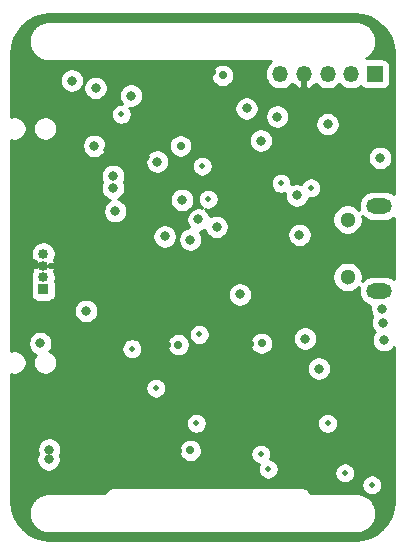
<source format=gbr>
%TF.GenerationSoftware,KiCad,Pcbnew,5.1.9-73d0e3b20d~88~ubuntu20.04.1*%
%TF.CreationDate,2021-02-04T03:58:01+01:00*%
%TF.ProjectId,MorphWatch-STM32,4d6f7270-6857-4617-9463-682d53544d33,rev?*%
%TF.SameCoordinates,Original*%
%TF.FileFunction,Copper,L2,Inr*%
%TF.FilePolarity,Positive*%
%FSLAX46Y46*%
G04 Gerber Fmt 4.6, Leading zero omitted, Abs format (unit mm)*
G04 Created by KiCad (PCBNEW 5.1.9-73d0e3b20d~88~ubuntu20.04.1) date 2021-02-04 03:58:01*
%MOMM*%
%LPD*%
G01*
G04 APERTURE LIST*
%TA.AperFunction,ComponentPad*%
%ADD10O,0.850000X0.850000*%
%TD*%
%TA.AperFunction,ComponentPad*%
%ADD11R,0.850000X0.850000*%
%TD*%
%TA.AperFunction,ComponentPad*%
%ADD12O,1.350000X1.350000*%
%TD*%
%TA.AperFunction,ComponentPad*%
%ADD13R,1.350000X1.350000*%
%TD*%
%TA.AperFunction,ComponentPad*%
%ADD14O,2.200000X1.300000*%
%TD*%
%TA.AperFunction,ComponentPad*%
%ADD15C,1.300000*%
%TD*%
%TA.AperFunction,ViaPad*%
%ADD16C,0.800000*%
%TD*%
%TA.AperFunction,ViaPad*%
%ADD17C,0.700000*%
%TD*%
%TA.AperFunction,ViaPad*%
%ADD18C,0.500000*%
%TD*%
%TA.AperFunction,Conductor*%
%ADD19C,0.250000*%
%TD*%
%TA.AperFunction,Conductor*%
%ADD20C,0.254000*%
%TD*%
%TA.AperFunction,Conductor*%
%ADD21C,0.100000*%
%TD*%
G04 APERTURE END LIST*
D10*
%TO.N,+3V3*%
%TO.C,J3*%
X121539000Y-84249000D03*
%TO.N,GND*%
X121539000Y-85249000D03*
%TO.N,EXTSENSCL*%
X121539000Y-86249000D03*
D11*
%TO.N,EXTSENSDA*%
X121539000Y-87249000D03*
%TD*%
D12*
%TO.N,NRST*%
%TO.C,J5*%
X141606000Y-69024500D03*
%TO.N,GND*%
X143606000Y-69024500D03*
%TO.N,TraceSWO*%
X145606000Y-69024500D03*
%TO.N,SWCLK*%
X147606000Y-69024500D03*
D13*
%TO.N,swdebug*%
X149606000Y-69024500D03*
%TD*%
D14*
%TO.N,N/C*%
%TO.C,J1*%
X149982000Y-80190000D03*
X149982000Y-87390000D03*
D15*
X147312000Y-86215000D03*
X147312000Y-81365000D03*
%TD*%
D16*
%TO.N,*%
X150050500Y-76136500D03*
%TO.N,GND*%
X143562000Y-76390500D03*
X143764000Y-81026000D03*
X148780500Y-82486500D03*
X145859500Y-82486500D03*
X148590000Y-88646000D03*
X145351500Y-91884500D03*
X150749000Y-96393000D03*
D17*
X137477500Y-100965000D03*
X132969000Y-100965000D03*
X132016500Y-91948000D03*
X139001500Y-91884500D03*
D16*
X131381500Y-85534500D03*
X135255000Y-73406000D03*
X127000000Y-75438000D03*
X120713500Y-85153500D03*
X128651000Y-90297000D03*
D17*
X133477000Y-96647000D03*
X131635500Y-96647000D03*
D16*
X127635000Y-99123500D03*
D17*
X129286000Y-96964500D03*
X127635000Y-94170500D03*
D16*
X126936500Y-95250000D03*
X132588000Y-96647000D03*
D17*
X135826500Y-68834000D03*
D16*
X124878500Y-72098500D03*
X130175000Y-76073000D03*
D17*
X133667500Y-76454000D03*
D16*
%TO.N,+3V3*%
X127444500Y-77660500D03*
X131191000Y-76454000D03*
X150368000Y-91567000D03*
X150241000Y-88900000D03*
X150284500Y-90086500D03*
D17*
X133985000Y-100901500D03*
X132969000Y-91948000D03*
X140017500Y-91821000D03*
D16*
X123952000Y-69596000D03*
X128968500Y-70866000D03*
D17*
X136715500Y-69151500D03*
D16*
X138747500Y-71945500D03*
X143002000Y-79311500D03*
X121285000Y-91821000D03*
X127431500Y-78676500D03*
X122047000Y-100838000D03*
X121983500Y-101663500D03*
D18*
%TO.N,VBUS*%
X147066000Y-102806500D03*
X149352000Y-103822500D03*
D16*
X143700500Y-91440000D03*
X144875250Y-93980000D03*
D18*
%TO.N,MOSI*%
X134747000Y-91084400D03*
X134493000Y-98615500D03*
%TO.N,RESE*%
X131064000Y-95631000D03*
X139954000Y-101219000D03*
%TO.N,GDR*%
X129044458Y-92279168D03*
X140589000Y-102489000D03*
%TO.N,+BATT*%
X145605500Y-98615500D03*
X144208500Y-78676500D03*
D16*
%TO.N,Net-(JP1-Pad2)*%
X125970500Y-70217500D03*
X133286500Y-79692500D03*
%TO.N,BATT_STAT*%
X139954000Y-74676000D03*
D18*
X141668500Y-78295500D03*
%TO.N,imuSCL*%
X135001000Y-76835000D03*
D17*
X133159500Y-75120500D03*
D16*
%TO.N,BUT1*%
X125158500Y-89090500D03*
X138176000Y-87693500D03*
%TO.N,BUT2*%
X125857000Y-75120500D03*
X127635000Y-80645000D03*
D18*
%TO.N,INT*%
X135509000Y-79629000D03*
X128143000Y-72453500D03*
D16*
%TO.N,Wakeup*%
X143225490Y-82646490D03*
%TO.N,TXD*%
X136207500Y-81978500D03*
%TO.N,RXD*%
X133985000Y-83058000D03*
%TO.N,swdebug*%
X145605500Y-73279000D03*
%TO.N,TraceSWO*%
X141351000Y-72644000D03*
%TO.N,NRST*%
X131822337Y-82790264D03*
X134682502Y-81343500D03*
%TD*%
D19*
%TO.N,GND*%
X143606000Y-69024500D02*
X143606000Y-70770000D01*
%TD*%
D20*
%TO.N,GND*%
X148548370Y-64035998D02*
X149162424Y-64221392D01*
X149728773Y-64522525D01*
X150225848Y-64927928D01*
X150634712Y-65422159D01*
X150939790Y-65986389D01*
X151129467Y-66599137D01*
X151200001Y-67270213D01*
X151200001Y-79157950D01*
X151149362Y-79116392D01*
X150926127Y-78997071D01*
X150683904Y-78923593D01*
X150495123Y-78905000D01*
X149468877Y-78905000D01*
X149280096Y-78923593D01*
X149037873Y-78997071D01*
X148814638Y-79116392D01*
X148618972Y-79276972D01*
X148458392Y-79472638D01*
X148339071Y-79695873D01*
X148265593Y-79938096D01*
X148240783Y-80190000D01*
X148265593Y-80441904D01*
X148291468Y-80527203D01*
X148131140Y-80366875D01*
X147920676Y-80226247D01*
X147686821Y-80129381D01*
X147438561Y-80080000D01*
X147185439Y-80080000D01*
X146937179Y-80129381D01*
X146703324Y-80226247D01*
X146492860Y-80366875D01*
X146313875Y-80545860D01*
X146173247Y-80756324D01*
X146076381Y-80990179D01*
X146027000Y-81238439D01*
X146027000Y-81491561D01*
X146076381Y-81739821D01*
X146173247Y-81973676D01*
X146313875Y-82184140D01*
X146492860Y-82363125D01*
X146703324Y-82503753D01*
X146937179Y-82600619D01*
X147185439Y-82650000D01*
X147438561Y-82650000D01*
X147686821Y-82600619D01*
X147920676Y-82503753D01*
X148131140Y-82363125D01*
X148310125Y-82184140D01*
X148450753Y-81973676D01*
X148547619Y-81739821D01*
X148597000Y-81491561D01*
X148597000Y-81238439D01*
X148554420Y-81024372D01*
X148618972Y-81103028D01*
X148814638Y-81263608D01*
X149037873Y-81382929D01*
X149280096Y-81456407D01*
X149468877Y-81475000D01*
X150495123Y-81475000D01*
X150683904Y-81456407D01*
X150926127Y-81382929D01*
X151149362Y-81263608D01*
X151200001Y-81222050D01*
X151200000Y-86357950D01*
X151149362Y-86316392D01*
X150926127Y-86197071D01*
X150683904Y-86123593D01*
X150495123Y-86105000D01*
X149468877Y-86105000D01*
X149280096Y-86123593D01*
X149037873Y-86197071D01*
X148814638Y-86316392D01*
X148618972Y-86476972D01*
X148554420Y-86555628D01*
X148597000Y-86341561D01*
X148597000Y-86088439D01*
X148547619Y-85840179D01*
X148450753Y-85606324D01*
X148310125Y-85395860D01*
X148131140Y-85216875D01*
X147920676Y-85076247D01*
X147686821Y-84979381D01*
X147438561Y-84930000D01*
X147185439Y-84930000D01*
X146937179Y-84979381D01*
X146703324Y-85076247D01*
X146492860Y-85216875D01*
X146313875Y-85395860D01*
X146173247Y-85606324D01*
X146076381Y-85840179D01*
X146027000Y-86088439D01*
X146027000Y-86341561D01*
X146076381Y-86589821D01*
X146173247Y-86823676D01*
X146313875Y-87034140D01*
X146492860Y-87213125D01*
X146703324Y-87353753D01*
X146937179Y-87450619D01*
X147185439Y-87500000D01*
X147438561Y-87500000D01*
X147686821Y-87450619D01*
X147920676Y-87353753D01*
X148131140Y-87213125D01*
X148291468Y-87052797D01*
X148265593Y-87138096D01*
X148240783Y-87390000D01*
X148265593Y-87641904D01*
X148339071Y-87884127D01*
X148458392Y-88107362D01*
X148618972Y-88303028D01*
X148814638Y-88463608D01*
X149037873Y-88582929D01*
X149236790Y-88643270D01*
X149206000Y-88798061D01*
X149206000Y-89001939D01*
X149245774Y-89201898D01*
X149323795Y-89390256D01*
X149414363Y-89525801D01*
X149367295Y-89596244D01*
X149289274Y-89784602D01*
X149249500Y-89984561D01*
X149249500Y-90188439D01*
X149289274Y-90388398D01*
X149367295Y-90576756D01*
X149480563Y-90746274D01*
X149602789Y-90868500D01*
X149564063Y-90907226D01*
X149450795Y-91076744D01*
X149372774Y-91265102D01*
X149333000Y-91465061D01*
X149333000Y-91668939D01*
X149372774Y-91868898D01*
X149450795Y-92057256D01*
X149564063Y-92226774D01*
X149708226Y-92370937D01*
X149877744Y-92484205D01*
X150066102Y-92562226D01*
X150266061Y-92602000D01*
X150469939Y-92602000D01*
X150669898Y-92562226D01*
X150858256Y-92484205D01*
X151027774Y-92370937D01*
X151171937Y-92226774D01*
X151200000Y-92184774D01*
X151200000Y-105185280D01*
X151134004Y-105858366D01*
X150948607Y-106472428D01*
X150647474Y-107038775D01*
X150242071Y-107535847D01*
X149747842Y-107944710D01*
X149183611Y-108249790D01*
X148570862Y-108439467D01*
X147899787Y-108510000D01*
X122144720Y-108510000D01*
X121471634Y-108444004D01*
X120857572Y-108258607D01*
X120291225Y-107957474D01*
X119794153Y-107552071D01*
X119385290Y-107057842D01*
X119080210Y-106493611D01*
X118996270Y-106222441D01*
X120300004Y-106222441D01*
X120300028Y-106229422D01*
X120303163Y-106260297D01*
X120302946Y-106291332D01*
X120303914Y-106301198D01*
X120324315Y-106495295D01*
X120337250Y-106558310D01*
X120349312Y-106621540D01*
X120352177Y-106631030D01*
X120409889Y-106817468D01*
X120434829Y-106876797D01*
X120458932Y-106936455D01*
X120463586Y-106945208D01*
X120556411Y-107116885D01*
X120592371Y-107170198D01*
X120627633Y-107224083D01*
X120633898Y-107231765D01*
X120758302Y-107382143D01*
X120803957Y-107427480D01*
X120848987Y-107473463D01*
X120856625Y-107479782D01*
X121007867Y-107603132D01*
X121061487Y-107638757D01*
X121114564Y-107675099D01*
X121123284Y-107679814D01*
X121295606Y-107771439D01*
X121355076Y-107795951D01*
X121414248Y-107821312D01*
X121423718Y-107824243D01*
X121610554Y-107880652D01*
X121673684Y-107893152D01*
X121736623Y-107906530D01*
X121746481Y-107907566D01*
X121940209Y-107926561D01*
X121975123Y-107930000D01*
X148044877Y-107930000D01*
X148075222Y-107927011D01*
X148081332Y-107927054D01*
X148091198Y-107926086D01*
X148285295Y-107905685D01*
X148348310Y-107892750D01*
X148411540Y-107880688D01*
X148421030Y-107877823D01*
X148607468Y-107820111D01*
X148666797Y-107795171D01*
X148726455Y-107771068D01*
X148735208Y-107766414D01*
X148906885Y-107673589D01*
X148960198Y-107637629D01*
X149014083Y-107602367D01*
X149021765Y-107596102D01*
X149172143Y-107471698D01*
X149217480Y-107426043D01*
X149263463Y-107381013D01*
X149269782Y-107373375D01*
X149393132Y-107222133D01*
X149428757Y-107168513D01*
X149465099Y-107115436D01*
X149469814Y-107106716D01*
X149561439Y-106934394D01*
X149585951Y-106874924D01*
X149611312Y-106815752D01*
X149614243Y-106806282D01*
X149670652Y-106619446D01*
X149683152Y-106556316D01*
X149696530Y-106493377D01*
X149697566Y-106483519D01*
X149716611Y-106289285D01*
X149716611Y-106258293D01*
X149719961Y-106227472D01*
X149719996Y-106217559D01*
X149719972Y-106210578D01*
X149716837Y-106179703D01*
X149717054Y-106148667D01*
X149716086Y-106138801D01*
X149695685Y-105944705D01*
X149682750Y-105881690D01*
X149670688Y-105818460D01*
X149667823Y-105808970D01*
X149610111Y-105622532D01*
X149585171Y-105563203D01*
X149561068Y-105503545D01*
X149556414Y-105494792D01*
X149463589Y-105323115D01*
X149427619Y-105269787D01*
X149392367Y-105215917D01*
X149386101Y-105208235D01*
X149261698Y-105057857D01*
X149216043Y-105012520D01*
X149171013Y-104966537D01*
X149163375Y-104960218D01*
X149012133Y-104836868D01*
X148958546Y-104801266D01*
X148905437Y-104764901D01*
X148896716Y-104760186D01*
X148724394Y-104668561D01*
X148664924Y-104644049D01*
X148605752Y-104618688D01*
X148596282Y-104615757D01*
X148409446Y-104559348D01*
X148346316Y-104546848D01*
X148283377Y-104533470D01*
X148273518Y-104532434D01*
X148079792Y-104513439D01*
X148044877Y-104510000D01*
X144138245Y-104510000D01*
X144119128Y-104446980D01*
X144053200Y-104323637D01*
X143964475Y-104215525D01*
X143856363Y-104126800D01*
X143733020Y-104060872D01*
X143599184Y-104020273D01*
X143494877Y-104010000D01*
X127425123Y-104010000D01*
X127320816Y-104020273D01*
X127186980Y-104060872D01*
X127063637Y-104126800D01*
X126955525Y-104215525D01*
X126866800Y-104323637D01*
X126800872Y-104446980D01*
X126781755Y-104510000D01*
X121975123Y-104510000D01*
X121944778Y-104512989D01*
X121938667Y-104512946D01*
X121928801Y-104513914D01*
X121734705Y-104534315D01*
X121671690Y-104547250D01*
X121608460Y-104559312D01*
X121598970Y-104562177D01*
X121412532Y-104619889D01*
X121353203Y-104644829D01*
X121293545Y-104668932D01*
X121284792Y-104673586D01*
X121113115Y-104766411D01*
X121059787Y-104802381D01*
X121005917Y-104837633D01*
X120998235Y-104843899D01*
X120847857Y-104968302D01*
X120802520Y-105013957D01*
X120756537Y-105058987D01*
X120750218Y-105066625D01*
X120626868Y-105217867D01*
X120591266Y-105271454D01*
X120554901Y-105324563D01*
X120550186Y-105333284D01*
X120458561Y-105505606D01*
X120434049Y-105565076D01*
X120408688Y-105624248D01*
X120405757Y-105633718D01*
X120349348Y-105820554D01*
X120336848Y-105883684D01*
X120323470Y-105946623D01*
X120322434Y-105956482D01*
X120303389Y-106150715D01*
X120303389Y-106181707D01*
X120300039Y-106212528D01*
X120300004Y-106222441D01*
X118996270Y-106222441D01*
X118890533Y-105880862D01*
X118820000Y-105209787D01*
X118820000Y-103735335D01*
X148467000Y-103735335D01*
X148467000Y-103909665D01*
X148501010Y-104080645D01*
X148567723Y-104241705D01*
X148664576Y-104386655D01*
X148787845Y-104509924D01*
X148932795Y-104606777D01*
X149093855Y-104673490D01*
X149264835Y-104707500D01*
X149439165Y-104707500D01*
X149610145Y-104673490D01*
X149771205Y-104606777D01*
X149916155Y-104509924D01*
X150039424Y-104386655D01*
X150136277Y-104241705D01*
X150202990Y-104080645D01*
X150237000Y-103909665D01*
X150237000Y-103735335D01*
X150202990Y-103564355D01*
X150136277Y-103403295D01*
X150039424Y-103258345D01*
X149916155Y-103135076D01*
X149771205Y-103038223D01*
X149610145Y-102971510D01*
X149439165Y-102937500D01*
X149264835Y-102937500D01*
X149093855Y-102971510D01*
X148932795Y-103038223D01*
X148787845Y-103135076D01*
X148664576Y-103258345D01*
X148567723Y-103403295D01*
X148501010Y-103564355D01*
X148467000Y-103735335D01*
X118820000Y-103735335D01*
X118820000Y-101561561D01*
X120948500Y-101561561D01*
X120948500Y-101765439D01*
X120988274Y-101965398D01*
X121066295Y-102153756D01*
X121179563Y-102323274D01*
X121323726Y-102467437D01*
X121493244Y-102580705D01*
X121681602Y-102658726D01*
X121881561Y-102698500D01*
X122085439Y-102698500D01*
X122285398Y-102658726D01*
X122473756Y-102580705D01*
X122643274Y-102467437D01*
X122787437Y-102323274D01*
X122900705Y-102153756D01*
X122978726Y-101965398D01*
X123018500Y-101765439D01*
X123018500Y-101561561D01*
X122978726Y-101361602D01*
X122964559Y-101327401D01*
X123042226Y-101139898D01*
X123082000Y-100939939D01*
X123082000Y-100804486D01*
X133000000Y-100804486D01*
X133000000Y-100998514D01*
X133037853Y-101188814D01*
X133112104Y-101368072D01*
X133219901Y-101529401D01*
X133357099Y-101666599D01*
X133518428Y-101774396D01*
X133697686Y-101848647D01*
X133887986Y-101886500D01*
X134082014Y-101886500D01*
X134272314Y-101848647D01*
X134451572Y-101774396D01*
X134612901Y-101666599D01*
X134750099Y-101529401D01*
X134857896Y-101368072D01*
X134932147Y-101188814D01*
X134943480Y-101131835D01*
X139069000Y-101131835D01*
X139069000Y-101306165D01*
X139103010Y-101477145D01*
X139169723Y-101638205D01*
X139266576Y-101783155D01*
X139389845Y-101906424D01*
X139534795Y-102003277D01*
X139695855Y-102069990D01*
X139796361Y-102089982D01*
X139738010Y-102230855D01*
X139704000Y-102401835D01*
X139704000Y-102576165D01*
X139738010Y-102747145D01*
X139804723Y-102908205D01*
X139901576Y-103053155D01*
X140024845Y-103176424D01*
X140169795Y-103273277D01*
X140330855Y-103339990D01*
X140501835Y-103374000D01*
X140676165Y-103374000D01*
X140847145Y-103339990D01*
X141008205Y-103273277D01*
X141153155Y-103176424D01*
X141276424Y-103053155D01*
X141373277Y-102908205D01*
X141439990Y-102747145D01*
X141445521Y-102719335D01*
X146181000Y-102719335D01*
X146181000Y-102893665D01*
X146215010Y-103064645D01*
X146281723Y-103225705D01*
X146378576Y-103370655D01*
X146501845Y-103493924D01*
X146646795Y-103590777D01*
X146807855Y-103657490D01*
X146978835Y-103691500D01*
X147153165Y-103691500D01*
X147324145Y-103657490D01*
X147485205Y-103590777D01*
X147630155Y-103493924D01*
X147753424Y-103370655D01*
X147850277Y-103225705D01*
X147916990Y-103064645D01*
X147951000Y-102893665D01*
X147951000Y-102719335D01*
X147916990Y-102548355D01*
X147850277Y-102387295D01*
X147753424Y-102242345D01*
X147630155Y-102119076D01*
X147485205Y-102022223D01*
X147324145Y-101955510D01*
X147153165Y-101921500D01*
X146978835Y-101921500D01*
X146807855Y-101955510D01*
X146646795Y-102022223D01*
X146501845Y-102119076D01*
X146378576Y-102242345D01*
X146281723Y-102387295D01*
X146215010Y-102548355D01*
X146181000Y-102719335D01*
X141445521Y-102719335D01*
X141474000Y-102576165D01*
X141474000Y-102401835D01*
X141439990Y-102230855D01*
X141373277Y-102069795D01*
X141276424Y-101924845D01*
X141153155Y-101801576D01*
X141008205Y-101704723D01*
X140847145Y-101638010D01*
X140746639Y-101618018D01*
X140804990Y-101477145D01*
X140839000Y-101306165D01*
X140839000Y-101131835D01*
X140804990Y-100960855D01*
X140738277Y-100799795D01*
X140641424Y-100654845D01*
X140518155Y-100531576D01*
X140373205Y-100434723D01*
X140212145Y-100368010D01*
X140041165Y-100334000D01*
X139866835Y-100334000D01*
X139695855Y-100368010D01*
X139534795Y-100434723D01*
X139389845Y-100531576D01*
X139266576Y-100654845D01*
X139169723Y-100799795D01*
X139103010Y-100960855D01*
X139069000Y-101131835D01*
X134943480Y-101131835D01*
X134970000Y-100998514D01*
X134970000Y-100804486D01*
X134932147Y-100614186D01*
X134857896Y-100434928D01*
X134750099Y-100273599D01*
X134612901Y-100136401D01*
X134451572Y-100028604D01*
X134272314Y-99954353D01*
X134082014Y-99916500D01*
X133887986Y-99916500D01*
X133697686Y-99954353D01*
X133518428Y-100028604D01*
X133357099Y-100136401D01*
X133219901Y-100273599D01*
X133112104Y-100434928D01*
X133037853Y-100614186D01*
X133000000Y-100804486D01*
X123082000Y-100804486D01*
X123082000Y-100736061D01*
X123042226Y-100536102D01*
X122964205Y-100347744D01*
X122850937Y-100178226D01*
X122706774Y-100034063D01*
X122537256Y-99920795D01*
X122348898Y-99842774D01*
X122148939Y-99803000D01*
X121945061Y-99803000D01*
X121745102Y-99842774D01*
X121556744Y-99920795D01*
X121387226Y-100034063D01*
X121243063Y-100178226D01*
X121129795Y-100347744D01*
X121051774Y-100536102D01*
X121012000Y-100736061D01*
X121012000Y-100939939D01*
X121051774Y-101139898D01*
X121065941Y-101174099D01*
X120988274Y-101361602D01*
X120948500Y-101561561D01*
X118820000Y-101561561D01*
X118820000Y-98528335D01*
X133608000Y-98528335D01*
X133608000Y-98702665D01*
X133642010Y-98873645D01*
X133708723Y-99034705D01*
X133805576Y-99179655D01*
X133928845Y-99302924D01*
X134073795Y-99399777D01*
X134234855Y-99466490D01*
X134405835Y-99500500D01*
X134580165Y-99500500D01*
X134751145Y-99466490D01*
X134912205Y-99399777D01*
X135057155Y-99302924D01*
X135180424Y-99179655D01*
X135277277Y-99034705D01*
X135343990Y-98873645D01*
X135378000Y-98702665D01*
X135378000Y-98528335D01*
X144720500Y-98528335D01*
X144720500Y-98702665D01*
X144754510Y-98873645D01*
X144821223Y-99034705D01*
X144918076Y-99179655D01*
X145041345Y-99302924D01*
X145186295Y-99399777D01*
X145347355Y-99466490D01*
X145518335Y-99500500D01*
X145692665Y-99500500D01*
X145863645Y-99466490D01*
X146024705Y-99399777D01*
X146169655Y-99302924D01*
X146292924Y-99179655D01*
X146389777Y-99034705D01*
X146456490Y-98873645D01*
X146490500Y-98702665D01*
X146490500Y-98528335D01*
X146456490Y-98357355D01*
X146389777Y-98196295D01*
X146292924Y-98051345D01*
X146169655Y-97928076D01*
X146024705Y-97831223D01*
X145863645Y-97764510D01*
X145692665Y-97730500D01*
X145518335Y-97730500D01*
X145347355Y-97764510D01*
X145186295Y-97831223D01*
X145041345Y-97928076D01*
X144918076Y-98051345D01*
X144821223Y-98196295D01*
X144754510Y-98357355D01*
X144720500Y-98528335D01*
X135378000Y-98528335D01*
X135343990Y-98357355D01*
X135277277Y-98196295D01*
X135180424Y-98051345D01*
X135057155Y-97928076D01*
X134912205Y-97831223D01*
X134751145Y-97764510D01*
X134580165Y-97730500D01*
X134405835Y-97730500D01*
X134234855Y-97764510D01*
X134073795Y-97831223D01*
X133928845Y-97928076D01*
X133805576Y-98051345D01*
X133708723Y-98196295D01*
X133642010Y-98357355D01*
X133608000Y-98528335D01*
X118820000Y-98528335D01*
X118820000Y-95543835D01*
X130179000Y-95543835D01*
X130179000Y-95718165D01*
X130213010Y-95889145D01*
X130279723Y-96050205D01*
X130376576Y-96195155D01*
X130499845Y-96318424D01*
X130644795Y-96415277D01*
X130805855Y-96481990D01*
X130976835Y-96516000D01*
X131151165Y-96516000D01*
X131322145Y-96481990D01*
X131483205Y-96415277D01*
X131628155Y-96318424D01*
X131751424Y-96195155D01*
X131848277Y-96050205D01*
X131914990Y-95889145D01*
X131949000Y-95718165D01*
X131949000Y-95543835D01*
X131914990Y-95372855D01*
X131848277Y-95211795D01*
X131751424Y-95066845D01*
X131628155Y-94943576D01*
X131483205Y-94846723D01*
X131322145Y-94780010D01*
X131151165Y-94746000D01*
X130976835Y-94746000D01*
X130805855Y-94780010D01*
X130644795Y-94846723D01*
X130499845Y-94943576D01*
X130376576Y-95066845D01*
X130279723Y-95211795D01*
X130213010Y-95372855D01*
X130179000Y-95543835D01*
X118820000Y-95543835D01*
X118820000Y-94472377D01*
X118994061Y-94507000D01*
X119197939Y-94507000D01*
X119397898Y-94467226D01*
X119586256Y-94389205D01*
X119755774Y-94275937D01*
X119899937Y-94131774D01*
X120013205Y-93962256D01*
X120091226Y-93773898D01*
X120131000Y-93573939D01*
X120131000Y-93370061D01*
X120091226Y-93170102D01*
X120013205Y-92981744D01*
X119899937Y-92812226D01*
X119755774Y-92668063D01*
X119586256Y-92554795D01*
X119397898Y-92476774D01*
X119197939Y-92437000D01*
X118994061Y-92437000D01*
X118820000Y-92471623D01*
X118820000Y-91719061D01*
X120250000Y-91719061D01*
X120250000Y-91922939D01*
X120289774Y-92122898D01*
X120367795Y-92311256D01*
X120481063Y-92480774D01*
X120625226Y-92624937D01*
X120794744Y-92738205D01*
X120915899Y-92788390D01*
X120892063Y-92812226D01*
X120778795Y-92981744D01*
X120700774Y-93170102D01*
X120661000Y-93370061D01*
X120661000Y-93573939D01*
X120700774Y-93773898D01*
X120778795Y-93962256D01*
X120892063Y-94131774D01*
X121036226Y-94275937D01*
X121205744Y-94389205D01*
X121394102Y-94467226D01*
X121594061Y-94507000D01*
X121797939Y-94507000D01*
X121997898Y-94467226D01*
X122186256Y-94389205D01*
X122355774Y-94275937D01*
X122499937Y-94131774D01*
X122613205Y-93962256D01*
X122648079Y-93878061D01*
X143840250Y-93878061D01*
X143840250Y-94081939D01*
X143880024Y-94281898D01*
X143958045Y-94470256D01*
X144071313Y-94639774D01*
X144215476Y-94783937D01*
X144384994Y-94897205D01*
X144573352Y-94975226D01*
X144773311Y-95015000D01*
X144977189Y-95015000D01*
X145177148Y-94975226D01*
X145365506Y-94897205D01*
X145535024Y-94783937D01*
X145679187Y-94639774D01*
X145792455Y-94470256D01*
X145870476Y-94281898D01*
X145910250Y-94081939D01*
X145910250Y-93878061D01*
X145870476Y-93678102D01*
X145792455Y-93489744D01*
X145679187Y-93320226D01*
X145535024Y-93176063D01*
X145365506Y-93062795D01*
X145177148Y-92984774D01*
X144977189Y-92945000D01*
X144773311Y-92945000D01*
X144573352Y-92984774D01*
X144384994Y-93062795D01*
X144215476Y-93176063D01*
X144071313Y-93320226D01*
X143958045Y-93489744D01*
X143880024Y-93678102D01*
X143840250Y-93878061D01*
X122648079Y-93878061D01*
X122691226Y-93773898D01*
X122731000Y-93573939D01*
X122731000Y-93370061D01*
X122691226Y-93170102D01*
X122613205Y-92981744D01*
X122499937Y-92812226D01*
X122355774Y-92668063D01*
X122186256Y-92554795D01*
X122065101Y-92504610D01*
X122088937Y-92480774D01*
X122202205Y-92311256D01*
X122251601Y-92192003D01*
X128159458Y-92192003D01*
X128159458Y-92366333D01*
X128193468Y-92537313D01*
X128260181Y-92698373D01*
X128357034Y-92843323D01*
X128480303Y-92966592D01*
X128625253Y-93063445D01*
X128786313Y-93130158D01*
X128957293Y-93164168D01*
X129131623Y-93164168D01*
X129302603Y-93130158D01*
X129463663Y-93063445D01*
X129608613Y-92966592D01*
X129731882Y-92843323D01*
X129828735Y-92698373D01*
X129895448Y-92537313D01*
X129929458Y-92366333D01*
X129929458Y-92192003D01*
X129895448Y-92021023D01*
X129828735Y-91859963D01*
X129822737Y-91850986D01*
X131984000Y-91850986D01*
X131984000Y-92045014D01*
X132021853Y-92235314D01*
X132096104Y-92414572D01*
X132203901Y-92575901D01*
X132341099Y-92713099D01*
X132502428Y-92820896D01*
X132681686Y-92895147D01*
X132871986Y-92933000D01*
X133066014Y-92933000D01*
X133256314Y-92895147D01*
X133435572Y-92820896D01*
X133596901Y-92713099D01*
X133734099Y-92575901D01*
X133841896Y-92414572D01*
X133916147Y-92235314D01*
X133954000Y-92045014D01*
X133954000Y-91850986D01*
X133916147Y-91660686D01*
X133841896Y-91481428D01*
X133734099Y-91320099D01*
X133596901Y-91182901D01*
X133435572Y-91075104D01*
X133256314Y-91000853D01*
X133238126Y-90997235D01*
X133862000Y-90997235D01*
X133862000Y-91171565D01*
X133896010Y-91342545D01*
X133962723Y-91503605D01*
X134059576Y-91648555D01*
X134182845Y-91771824D01*
X134327795Y-91868677D01*
X134488855Y-91935390D01*
X134659835Y-91969400D01*
X134834165Y-91969400D01*
X135005145Y-91935390D01*
X135166205Y-91868677D01*
X135311155Y-91771824D01*
X135358993Y-91723986D01*
X139032500Y-91723986D01*
X139032500Y-91918014D01*
X139070353Y-92108314D01*
X139144604Y-92287572D01*
X139252401Y-92448901D01*
X139389599Y-92586099D01*
X139550928Y-92693896D01*
X139730186Y-92768147D01*
X139920486Y-92806000D01*
X140114514Y-92806000D01*
X140304814Y-92768147D01*
X140484072Y-92693896D01*
X140645401Y-92586099D01*
X140782599Y-92448901D01*
X140890396Y-92287572D01*
X140964647Y-92108314D01*
X141002500Y-91918014D01*
X141002500Y-91723986D01*
X140964647Y-91533686D01*
X140890396Y-91354428D01*
X140879460Y-91338061D01*
X142665500Y-91338061D01*
X142665500Y-91541939D01*
X142705274Y-91741898D01*
X142783295Y-91930256D01*
X142896563Y-92099774D01*
X143040726Y-92243937D01*
X143210244Y-92357205D01*
X143398602Y-92435226D01*
X143598561Y-92475000D01*
X143802439Y-92475000D01*
X144002398Y-92435226D01*
X144190756Y-92357205D01*
X144360274Y-92243937D01*
X144504437Y-92099774D01*
X144617705Y-91930256D01*
X144695726Y-91741898D01*
X144735500Y-91541939D01*
X144735500Y-91338061D01*
X144695726Y-91138102D01*
X144617705Y-90949744D01*
X144504437Y-90780226D01*
X144360274Y-90636063D01*
X144190756Y-90522795D01*
X144002398Y-90444774D01*
X143802439Y-90405000D01*
X143598561Y-90405000D01*
X143398602Y-90444774D01*
X143210244Y-90522795D01*
X143040726Y-90636063D01*
X142896563Y-90780226D01*
X142783295Y-90949744D01*
X142705274Y-91138102D01*
X142665500Y-91338061D01*
X140879460Y-91338061D01*
X140782599Y-91193099D01*
X140645401Y-91055901D01*
X140484072Y-90948104D01*
X140304814Y-90873853D01*
X140114514Y-90836000D01*
X139920486Y-90836000D01*
X139730186Y-90873853D01*
X139550928Y-90948104D01*
X139389599Y-91055901D01*
X139252401Y-91193099D01*
X139144604Y-91354428D01*
X139070353Y-91533686D01*
X139032500Y-91723986D01*
X135358993Y-91723986D01*
X135434424Y-91648555D01*
X135531277Y-91503605D01*
X135597990Y-91342545D01*
X135632000Y-91171565D01*
X135632000Y-90997235D01*
X135597990Y-90826255D01*
X135531277Y-90665195D01*
X135434424Y-90520245D01*
X135311155Y-90396976D01*
X135166205Y-90300123D01*
X135005145Y-90233410D01*
X134834165Y-90199400D01*
X134659835Y-90199400D01*
X134488855Y-90233410D01*
X134327795Y-90300123D01*
X134182845Y-90396976D01*
X134059576Y-90520245D01*
X133962723Y-90665195D01*
X133896010Y-90826255D01*
X133862000Y-90997235D01*
X133238126Y-90997235D01*
X133066014Y-90963000D01*
X132871986Y-90963000D01*
X132681686Y-91000853D01*
X132502428Y-91075104D01*
X132341099Y-91182901D01*
X132203901Y-91320099D01*
X132096104Y-91481428D01*
X132021853Y-91660686D01*
X131984000Y-91850986D01*
X129822737Y-91850986D01*
X129731882Y-91715013D01*
X129608613Y-91591744D01*
X129463663Y-91494891D01*
X129302603Y-91428178D01*
X129131623Y-91394168D01*
X128957293Y-91394168D01*
X128786313Y-91428178D01*
X128625253Y-91494891D01*
X128480303Y-91591744D01*
X128357034Y-91715013D01*
X128260181Y-91859963D01*
X128193468Y-92021023D01*
X128159458Y-92192003D01*
X122251601Y-92192003D01*
X122280226Y-92122898D01*
X122320000Y-91922939D01*
X122320000Y-91719061D01*
X122280226Y-91519102D01*
X122202205Y-91330744D01*
X122088937Y-91161226D01*
X121944774Y-91017063D01*
X121775256Y-90903795D01*
X121586898Y-90825774D01*
X121386939Y-90786000D01*
X121183061Y-90786000D01*
X120983102Y-90825774D01*
X120794744Y-90903795D01*
X120625226Y-91017063D01*
X120481063Y-91161226D01*
X120367795Y-91330744D01*
X120289774Y-91519102D01*
X120250000Y-91719061D01*
X118820000Y-91719061D01*
X118820000Y-88988561D01*
X124123500Y-88988561D01*
X124123500Y-89192439D01*
X124163274Y-89392398D01*
X124241295Y-89580756D01*
X124354563Y-89750274D01*
X124498726Y-89894437D01*
X124668244Y-90007705D01*
X124856602Y-90085726D01*
X125056561Y-90125500D01*
X125260439Y-90125500D01*
X125460398Y-90085726D01*
X125648756Y-90007705D01*
X125818274Y-89894437D01*
X125962437Y-89750274D01*
X126075705Y-89580756D01*
X126153726Y-89392398D01*
X126193500Y-89192439D01*
X126193500Y-88988561D01*
X126153726Y-88788602D01*
X126075705Y-88600244D01*
X125962437Y-88430726D01*
X125818274Y-88286563D01*
X125648756Y-88173295D01*
X125460398Y-88095274D01*
X125260439Y-88055500D01*
X125056561Y-88055500D01*
X124856602Y-88095274D01*
X124668244Y-88173295D01*
X124498726Y-88286563D01*
X124354563Y-88430726D01*
X124241295Y-88600244D01*
X124163274Y-88788602D01*
X124123500Y-88988561D01*
X118820000Y-88988561D01*
X118820000Y-86824000D01*
X120475928Y-86824000D01*
X120475928Y-87674000D01*
X120488188Y-87798482D01*
X120524498Y-87918180D01*
X120583463Y-88028494D01*
X120662815Y-88125185D01*
X120759506Y-88204537D01*
X120869820Y-88263502D01*
X120989518Y-88299812D01*
X121114000Y-88312072D01*
X121964000Y-88312072D01*
X122088482Y-88299812D01*
X122208180Y-88263502D01*
X122318494Y-88204537D01*
X122415185Y-88125185D01*
X122494537Y-88028494D01*
X122553502Y-87918180D01*
X122589812Y-87798482D01*
X122602072Y-87674000D01*
X122602072Y-87591561D01*
X137141000Y-87591561D01*
X137141000Y-87795439D01*
X137180774Y-87995398D01*
X137258795Y-88183756D01*
X137372063Y-88353274D01*
X137516226Y-88497437D01*
X137685744Y-88610705D01*
X137874102Y-88688726D01*
X138074061Y-88728500D01*
X138277939Y-88728500D01*
X138477898Y-88688726D01*
X138666256Y-88610705D01*
X138835774Y-88497437D01*
X138979937Y-88353274D01*
X139093205Y-88183756D01*
X139171226Y-87995398D01*
X139211000Y-87795439D01*
X139211000Y-87591561D01*
X139171226Y-87391602D01*
X139093205Y-87203244D01*
X138979937Y-87033726D01*
X138835774Y-86889563D01*
X138666256Y-86776295D01*
X138477898Y-86698274D01*
X138277939Y-86658500D01*
X138074061Y-86658500D01*
X137874102Y-86698274D01*
X137685744Y-86776295D01*
X137516226Y-86889563D01*
X137372063Y-87033726D01*
X137258795Y-87203244D01*
X137180774Y-87391602D01*
X137141000Y-87591561D01*
X122602072Y-87591561D01*
X122602072Y-86824000D01*
X122589812Y-86699518D01*
X122553502Y-86579820D01*
X122551138Y-86575397D01*
X122558265Y-86558191D01*
X122599000Y-86353401D01*
X122599000Y-86144599D01*
X122558265Y-85939809D01*
X122478360Y-85746902D01*
X122475006Y-85741882D01*
X122547872Y-85574250D01*
X122558540Y-85539062D01*
X122431257Y-85376000D01*
X122140413Y-85376000D01*
X122041098Y-85309640D01*
X121894701Y-85249000D01*
X122041098Y-85188360D01*
X122140413Y-85122000D01*
X122431257Y-85122000D01*
X122558540Y-84958938D01*
X122547872Y-84923750D01*
X122475006Y-84756118D01*
X122478360Y-84751098D01*
X122558265Y-84558191D01*
X122599000Y-84353401D01*
X122599000Y-84144599D01*
X122558265Y-83939809D01*
X122478360Y-83746902D01*
X122362356Y-83573289D01*
X122214711Y-83425644D01*
X122041098Y-83309640D01*
X121848191Y-83229735D01*
X121643401Y-83189000D01*
X121434599Y-83189000D01*
X121229809Y-83229735D01*
X121036902Y-83309640D01*
X120863289Y-83425644D01*
X120715644Y-83573289D01*
X120599640Y-83746902D01*
X120519735Y-83939809D01*
X120479000Y-84144599D01*
X120479000Y-84353401D01*
X120519735Y-84558191D01*
X120599640Y-84751098D01*
X120602994Y-84756118D01*
X120530128Y-84923750D01*
X120519460Y-84958938D01*
X120646743Y-85122000D01*
X120937587Y-85122000D01*
X121036902Y-85188360D01*
X121183299Y-85249000D01*
X121036902Y-85309640D01*
X120937587Y-85376000D01*
X120646743Y-85376000D01*
X120519460Y-85539062D01*
X120530128Y-85574250D01*
X120602994Y-85741882D01*
X120599640Y-85746902D01*
X120519735Y-85939809D01*
X120479000Y-86144599D01*
X120479000Y-86353401D01*
X120519735Y-86558191D01*
X120526862Y-86575397D01*
X120524498Y-86579820D01*
X120488188Y-86699518D01*
X120475928Y-86824000D01*
X118820000Y-86824000D01*
X118820000Y-82688325D01*
X130787337Y-82688325D01*
X130787337Y-82892203D01*
X130827111Y-83092162D01*
X130905132Y-83280520D01*
X131018400Y-83450038D01*
X131162563Y-83594201D01*
X131332081Y-83707469D01*
X131520439Y-83785490D01*
X131720398Y-83825264D01*
X131924276Y-83825264D01*
X132124235Y-83785490D01*
X132312593Y-83707469D01*
X132482111Y-83594201D01*
X132626274Y-83450038D01*
X132739542Y-83280520D01*
X132817563Y-83092162D01*
X132844634Y-82956061D01*
X132950000Y-82956061D01*
X132950000Y-83159939D01*
X132989774Y-83359898D01*
X133067795Y-83548256D01*
X133181063Y-83717774D01*
X133325226Y-83861937D01*
X133494744Y-83975205D01*
X133683102Y-84053226D01*
X133883061Y-84093000D01*
X134086939Y-84093000D01*
X134286898Y-84053226D01*
X134475256Y-83975205D01*
X134644774Y-83861937D01*
X134788937Y-83717774D01*
X134902205Y-83548256D01*
X134980226Y-83359898D01*
X135020000Y-83159939D01*
X135020000Y-82956061D01*
X134980226Y-82756102D01*
X134902205Y-82567744D01*
X134788937Y-82398226D01*
X134769211Y-82378500D01*
X134784441Y-82378500D01*
X134984400Y-82338726D01*
X135172758Y-82260705D01*
X135204181Y-82239709D01*
X135212274Y-82280398D01*
X135290295Y-82468756D01*
X135403563Y-82638274D01*
X135547726Y-82782437D01*
X135717244Y-82895705D01*
X135905602Y-82973726D01*
X136105561Y-83013500D01*
X136309439Y-83013500D01*
X136509398Y-82973726D01*
X136697756Y-82895705D01*
X136867274Y-82782437D01*
X137011437Y-82638274D01*
X137074060Y-82544551D01*
X142190490Y-82544551D01*
X142190490Y-82748429D01*
X142230264Y-82948388D01*
X142308285Y-83136746D01*
X142421553Y-83306264D01*
X142565716Y-83450427D01*
X142735234Y-83563695D01*
X142923592Y-83641716D01*
X143123551Y-83681490D01*
X143327429Y-83681490D01*
X143527388Y-83641716D01*
X143715746Y-83563695D01*
X143885264Y-83450427D01*
X144029427Y-83306264D01*
X144142695Y-83136746D01*
X144220716Y-82948388D01*
X144260490Y-82748429D01*
X144260490Y-82544551D01*
X144220716Y-82344592D01*
X144142695Y-82156234D01*
X144029427Y-81986716D01*
X143885264Y-81842553D01*
X143715746Y-81729285D01*
X143527388Y-81651264D01*
X143327429Y-81611490D01*
X143123551Y-81611490D01*
X142923592Y-81651264D01*
X142735234Y-81729285D01*
X142565716Y-81842553D01*
X142421553Y-81986716D01*
X142308285Y-82156234D01*
X142230264Y-82344592D01*
X142190490Y-82544551D01*
X137074060Y-82544551D01*
X137124705Y-82468756D01*
X137202726Y-82280398D01*
X137242500Y-82080439D01*
X137242500Y-81876561D01*
X137202726Y-81676602D01*
X137124705Y-81488244D01*
X137011437Y-81318726D01*
X136867274Y-81174563D01*
X136697756Y-81061295D01*
X136509398Y-80983274D01*
X136309439Y-80943500D01*
X136105561Y-80943500D01*
X135905602Y-80983274D01*
X135717244Y-81061295D01*
X135685821Y-81082291D01*
X135677728Y-81041602D01*
X135599707Y-80853244D01*
X135486439Y-80683726D01*
X135342276Y-80539563D01*
X135254078Y-80480631D01*
X135421835Y-80514000D01*
X135596165Y-80514000D01*
X135767145Y-80479990D01*
X135928205Y-80413277D01*
X136073155Y-80316424D01*
X136196424Y-80193155D01*
X136293277Y-80048205D01*
X136359990Y-79887145D01*
X136394000Y-79716165D01*
X136394000Y-79541835D01*
X136359990Y-79370855D01*
X136293277Y-79209795D01*
X136196424Y-79064845D01*
X136073155Y-78941576D01*
X135928205Y-78844723D01*
X135767145Y-78778010D01*
X135596165Y-78744000D01*
X135421835Y-78744000D01*
X135250855Y-78778010D01*
X135089795Y-78844723D01*
X134944845Y-78941576D01*
X134821576Y-79064845D01*
X134724723Y-79209795D01*
X134658010Y-79370855D01*
X134624000Y-79541835D01*
X134624000Y-79716165D01*
X134658010Y-79887145D01*
X134724723Y-80048205D01*
X134821576Y-80193155D01*
X134944845Y-80316424D01*
X135005742Y-80357114D01*
X134984400Y-80348274D01*
X134784441Y-80308500D01*
X134580563Y-80308500D01*
X134380604Y-80348274D01*
X134192246Y-80426295D01*
X134022728Y-80539563D01*
X133878565Y-80683726D01*
X133765297Y-80853244D01*
X133687276Y-81041602D01*
X133647502Y-81241561D01*
X133647502Y-81445439D01*
X133687276Y-81645398D01*
X133765297Y-81833756D01*
X133878565Y-82003274D01*
X133898291Y-82023000D01*
X133883061Y-82023000D01*
X133683102Y-82062774D01*
X133494744Y-82140795D01*
X133325226Y-82254063D01*
X133181063Y-82398226D01*
X133067795Y-82567744D01*
X132989774Y-82756102D01*
X132950000Y-82956061D01*
X132844634Y-82956061D01*
X132857337Y-82892203D01*
X132857337Y-82688325D01*
X132817563Y-82488366D01*
X132739542Y-82300008D01*
X132626274Y-82130490D01*
X132482111Y-81986327D01*
X132312593Y-81873059D01*
X132124235Y-81795038D01*
X131924276Y-81755264D01*
X131720398Y-81755264D01*
X131520439Y-81795038D01*
X131332081Y-81873059D01*
X131162563Y-81986327D01*
X131018400Y-82130490D01*
X130905132Y-82300008D01*
X130827111Y-82488366D01*
X130787337Y-82688325D01*
X118820000Y-82688325D01*
X118820000Y-78574561D01*
X126396500Y-78574561D01*
X126396500Y-78778439D01*
X126436274Y-78978398D01*
X126514295Y-79166756D01*
X126627563Y-79336274D01*
X126771726Y-79480437D01*
X126941244Y-79593705D01*
X127129602Y-79671726D01*
X127231279Y-79691951D01*
X127144744Y-79727795D01*
X126975226Y-79841063D01*
X126831063Y-79985226D01*
X126717795Y-80154744D01*
X126639774Y-80343102D01*
X126600000Y-80543061D01*
X126600000Y-80746939D01*
X126639774Y-80946898D01*
X126717795Y-81135256D01*
X126831063Y-81304774D01*
X126975226Y-81448937D01*
X127144744Y-81562205D01*
X127333102Y-81640226D01*
X127533061Y-81680000D01*
X127736939Y-81680000D01*
X127936898Y-81640226D01*
X128125256Y-81562205D01*
X128294774Y-81448937D01*
X128438937Y-81304774D01*
X128552205Y-81135256D01*
X128630226Y-80946898D01*
X128670000Y-80746939D01*
X128670000Y-80543061D01*
X128630226Y-80343102D01*
X128552205Y-80154744D01*
X128438937Y-79985226D01*
X128294774Y-79841063D01*
X128125256Y-79727795D01*
X127936898Y-79649774D01*
X127835221Y-79629549D01*
X127921756Y-79593705D01*
X127926461Y-79590561D01*
X132251500Y-79590561D01*
X132251500Y-79794439D01*
X132291274Y-79994398D01*
X132369295Y-80182756D01*
X132482563Y-80352274D01*
X132626726Y-80496437D01*
X132796244Y-80609705D01*
X132984602Y-80687726D01*
X133184561Y-80727500D01*
X133388439Y-80727500D01*
X133588398Y-80687726D01*
X133776756Y-80609705D01*
X133946274Y-80496437D01*
X134090437Y-80352274D01*
X134203705Y-80182756D01*
X134281726Y-79994398D01*
X134321500Y-79794439D01*
X134321500Y-79590561D01*
X134281726Y-79390602D01*
X134203705Y-79202244D01*
X134090437Y-79032726D01*
X133946274Y-78888563D01*
X133776756Y-78775295D01*
X133588398Y-78697274D01*
X133388439Y-78657500D01*
X133184561Y-78657500D01*
X132984602Y-78697274D01*
X132796244Y-78775295D01*
X132626726Y-78888563D01*
X132482563Y-79032726D01*
X132369295Y-79202244D01*
X132291274Y-79390602D01*
X132251500Y-79590561D01*
X127926461Y-79590561D01*
X128091274Y-79480437D01*
X128235437Y-79336274D01*
X128348705Y-79166756D01*
X128426726Y-78978398D01*
X128466500Y-78778439D01*
X128466500Y-78574561D01*
X128426726Y-78374602D01*
X128357856Y-78208335D01*
X140783500Y-78208335D01*
X140783500Y-78382665D01*
X140817510Y-78553645D01*
X140884223Y-78714705D01*
X140981076Y-78859655D01*
X141104345Y-78982924D01*
X141249295Y-79079777D01*
X141410355Y-79146490D01*
X141581335Y-79180500D01*
X141755665Y-79180500D01*
X141926645Y-79146490D01*
X141984295Y-79122611D01*
X141967000Y-79209561D01*
X141967000Y-79413439D01*
X142006774Y-79613398D01*
X142084795Y-79801756D01*
X142198063Y-79971274D01*
X142342226Y-80115437D01*
X142511744Y-80228705D01*
X142700102Y-80306726D01*
X142900061Y-80346500D01*
X143103939Y-80346500D01*
X143303898Y-80306726D01*
X143492256Y-80228705D01*
X143661774Y-80115437D01*
X143805937Y-79971274D01*
X143919205Y-79801756D01*
X143997226Y-79613398D01*
X144011880Y-79539728D01*
X144121335Y-79561500D01*
X144295665Y-79561500D01*
X144466645Y-79527490D01*
X144627705Y-79460777D01*
X144772655Y-79363924D01*
X144895924Y-79240655D01*
X144992777Y-79095705D01*
X145059490Y-78934645D01*
X145093500Y-78763665D01*
X145093500Y-78589335D01*
X145059490Y-78418355D01*
X144992777Y-78257295D01*
X144895924Y-78112345D01*
X144772655Y-77989076D01*
X144627705Y-77892223D01*
X144466645Y-77825510D01*
X144295665Y-77791500D01*
X144121335Y-77791500D01*
X143950355Y-77825510D01*
X143789295Y-77892223D01*
X143644345Y-77989076D01*
X143521076Y-78112345D01*
X143424223Y-78257295D01*
X143385750Y-78350178D01*
X143303898Y-78316274D01*
X143103939Y-78276500D01*
X142900061Y-78276500D01*
X142700102Y-78316274D01*
X142553500Y-78376999D01*
X142553500Y-78208335D01*
X142519490Y-78037355D01*
X142452777Y-77876295D01*
X142355924Y-77731345D01*
X142232655Y-77608076D01*
X142087705Y-77511223D01*
X141926645Y-77444510D01*
X141755665Y-77410500D01*
X141581335Y-77410500D01*
X141410355Y-77444510D01*
X141249295Y-77511223D01*
X141104345Y-77608076D01*
X140981076Y-77731345D01*
X140884223Y-77876295D01*
X140817510Y-78037355D01*
X140783500Y-78208335D01*
X128357856Y-78208335D01*
X128348705Y-78186244D01*
X128343349Y-78178228D01*
X128361705Y-78150756D01*
X128439726Y-77962398D01*
X128479500Y-77762439D01*
X128479500Y-77558561D01*
X128439726Y-77358602D01*
X128361705Y-77170244D01*
X128248437Y-77000726D01*
X128104274Y-76856563D01*
X127934756Y-76743295D01*
X127746398Y-76665274D01*
X127546439Y-76625500D01*
X127342561Y-76625500D01*
X127142602Y-76665274D01*
X126954244Y-76743295D01*
X126784726Y-76856563D01*
X126640563Y-77000726D01*
X126527295Y-77170244D01*
X126449274Y-77358602D01*
X126409500Y-77558561D01*
X126409500Y-77762439D01*
X126449274Y-77962398D01*
X126527295Y-78150756D01*
X126532651Y-78158772D01*
X126514295Y-78186244D01*
X126436274Y-78374602D01*
X126396500Y-78574561D01*
X118820000Y-78574561D01*
X118820000Y-76352061D01*
X130156000Y-76352061D01*
X130156000Y-76555939D01*
X130195774Y-76755898D01*
X130273795Y-76944256D01*
X130387063Y-77113774D01*
X130531226Y-77257937D01*
X130700744Y-77371205D01*
X130889102Y-77449226D01*
X131089061Y-77489000D01*
X131292939Y-77489000D01*
X131492898Y-77449226D01*
X131681256Y-77371205D01*
X131850774Y-77257937D01*
X131994937Y-77113774D01*
X132108205Y-76944256D01*
X132186226Y-76755898D01*
X132187829Y-76747835D01*
X134116000Y-76747835D01*
X134116000Y-76922165D01*
X134150010Y-77093145D01*
X134216723Y-77254205D01*
X134313576Y-77399155D01*
X134436845Y-77522424D01*
X134581795Y-77619277D01*
X134742855Y-77685990D01*
X134913835Y-77720000D01*
X135088165Y-77720000D01*
X135259145Y-77685990D01*
X135420205Y-77619277D01*
X135565155Y-77522424D01*
X135688424Y-77399155D01*
X135785277Y-77254205D01*
X135851990Y-77093145D01*
X135886000Y-76922165D01*
X135886000Y-76747835D01*
X135851990Y-76576855D01*
X135785277Y-76415795D01*
X135688424Y-76270845D01*
X135565155Y-76147576D01*
X135420205Y-76050723D01*
X135381187Y-76034561D01*
X149015500Y-76034561D01*
X149015500Y-76238439D01*
X149055274Y-76438398D01*
X149133295Y-76626756D01*
X149246563Y-76796274D01*
X149390726Y-76940437D01*
X149560244Y-77053705D01*
X149748602Y-77131726D01*
X149948561Y-77171500D01*
X150152439Y-77171500D01*
X150352398Y-77131726D01*
X150540756Y-77053705D01*
X150710274Y-76940437D01*
X150854437Y-76796274D01*
X150967705Y-76626756D01*
X151045726Y-76438398D01*
X151085500Y-76238439D01*
X151085500Y-76034561D01*
X151045726Y-75834602D01*
X150967705Y-75646244D01*
X150854437Y-75476726D01*
X150710274Y-75332563D01*
X150540756Y-75219295D01*
X150352398Y-75141274D01*
X150152439Y-75101500D01*
X149948561Y-75101500D01*
X149748602Y-75141274D01*
X149560244Y-75219295D01*
X149390726Y-75332563D01*
X149246563Y-75476726D01*
X149133295Y-75646244D01*
X149055274Y-75834602D01*
X149015500Y-76034561D01*
X135381187Y-76034561D01*
X135259145Y-75984010D01*
X135088165Y-75950000D01*
X134913835Y-75950000D01*
X134742855Y-75984010D01*
X134581795Y-76050723D01*
X134436845Y-76147576D01*
X134313576Y-76270845D01*
X134216723Y-76415795D01*
X134150010Y-76576855D01*
X134116000Y-76747835D01*
X132187829Y-76747835D01*
X132226000Y-76555939D01*
X132226000Y-76352061D01*
X132186226Y-76152102D01*
X132108205Y-75963744D01*
X131994937Y-75794226D01*
X131850774Y-75650063D01*
X131681256Y-75536795D01*
X131492898Y-75458774D01*
X131292939Y-75419000D01*
X131089061Y-75419000D01*
X130889102Y-75458774D01*
X130700744Y-75536795D01*
X130531226Y-75650063D01*
X130387063Y-75794226D01*
X130273795Y-75963744D01*
X130195774Y-76152102D01*
X130156000Y-76352061D01*
X118820000Y-76352061D01*
X118820000Y-75018561D01*
X124822000Y-75018561D01*
X124822000Y-75222439D01*
X124861774Y-75422398D01*
X124939795Y-75610756D01*
X125053063Y-75780274D01*
X125197226Y-75924437D01*
X125366744Y-76037705D01*
X125555102Y-76115726D01*
X125755061Y-76155500D01*
X125958939Y-76155500D01*
X126158898Y-76115726D01*
X126347256Y-76037705D01*
X126516774Y-75924437D01*
X126660937Y-75780274D01*
X126774205Y-75610756D01*
X126852226Y-75422398D01*
X126892000Y-75222439D01*
X126892000Y-75023486D01*
X132174500Y-75023486D01*
X132174500Y-75217514D01*
X132212353Y-75407814D01*
X132286604Y-75587072D01*
X132394401Y-75748401D01*
X132531599Y-75885599D01*
X132692928Y-75993396D01*
X132872186Y-76067647D01*
X133062486Y-76105500D01*
X133256514Y-76105500D01*
X133446814Y-76067647D01*
X133626072Y-75993396D01*
X133787401Y-75885599D01*
X133924599Y-75748401D01*
X134032396Y-75587072D01*
X134106647Y-75407814D01*
X134144500Y-75217514D01*
X134144500Y-75023486D01*
X134106647Y-74833186D01*
X134032396Y-74653928D01*
X133979031Y-74574061D01*
X138919000Y-74574061D01*
X138919000Y-74777939D01*
X138958774Y-74977898D01*
X139036795Y-75166256D01*
X139150063Y-75335774D01*
X139294226Y-75479937D01*
X139463744Y-75593205D01*
X139652102Y-75671226D01*
X139852061Y-75711000D01*
X140055939Y-75711000D01*
X140255898Y-75671226D01*
X140444256Y-75593205D01*
X140613774Y-75479937D01*
X140757937Y-75335774D01*
X140871205Y-75166256D01*
X140949226Y-74977898D01*
X140989000Y-74777939D01*
X140989000Y-74574061D01*
X140949226Y-74374102D01*
X140871205Y-74185744D01*
X140757937Y-74016226D01*
X140613774Y-73872063D01*
X140444256Y-73758795D01*
X140255898Y-73680774D01*
X140055939Y-73641000D01*
X139852061Y-73641000D01*
X139652102Y-73680774D01*
X139463744Y-73758795D01*
X139294226Y-73872063D01*
X139150063Y-74016226D01*
X139036795Y-74185744D01*
X138958774Y-74374102D01*
X138919000Y-74574061D01*
X133979031Y-74574061D01*
X133924599Y-74492599D01*
X133787401Y-74355401D01*
X133626072Y-74247604D01*
X133446814Y-74173353D01*
X133256514Y-74135500D01*
X133062486Y-74135500D01*
X132872186Y-74173353D01*
X132692928Y-74247604D01*
X132531599Y-74355401D01*
X132394401Y-74492599D01*
X132286604Y-74653928D01*
X132212353Y-74833186D01*
X132174500Y-75023486D01*
X126892000Y-75023486D01*
X126892000Y-75018561D01*
X126852226Y-74818602D01*
X126774205Y-74630244D01*
X126660937Y-74460726D01*
X126516774Y-74316563D01*
X126347256Y-74203295D01*
X126158898Y-74125274D01*
X125958939Y-74085500D01*
X125755061Y-74085500D01*
X125555102Y-74125274D01*
X125366744Y-74203295D01*
X125197226Y-74316563D01*
X125053063Y-74460726D01*
X124939795Y-74630244D01*
X124861774Y-74818602D01*
X124822000Y-75018561D01*
X118820000Y-75018561D01*
X118820000Y-74660377D01*
X118994061Y-74695000D01*
X119197939Y-74695000D01*
X119397898Y-74655226D01*
X119586256Y-74577205D01*
X119755774Y-74463937D01*
X119899937Y-74319774D01*
X120013205Y-74150256D01*
X120091226Y-73961898D01*
X120131000Y-73761939D01*
X120131000Y-73558061D01*
X120661000Y-73558061D01*
X120661000Y-73761939D01*
X120700774Y-73961898D01*
X120778795Y-74150256D01*
X120892063Y-74319774D01*
X121036226Y-74463937D01*
X121205744Y-74577205D01*
X121394102Y-74655226D01*
X121594061Y-74695000D01*
X121797939Y-74695000D01*
X121997898Y-74655226D01*
X122186256Y-74577205D01*
X122355774Y-74463937D01*
X122499937Y-74319774D01*
X122613205Y-74150256D01*
X122691226Y-73961898D01*
X122731000Y-73761939D01*
X122731000Y-73558061D01*
X122691226Y-73358102D01*
X122613205Y-73169744D01*
X122499937Y-73000226D01*
X122355774Y-72856063D01*
X122186256Y-72742795D01*
X121997898Y-72664774D01*
X121797939Y-72625000D01*
X121594061Y-72625000D01*
X121394102Y-72664774D01*
X121205744Y-72742795D01*
X121036226Y-72856063D01*
X120892063Y-73000226D01*
X120778795Y-73169744D01*
X120700774Y-73358102D01*
X120661000Y-73558061D01*
X120131000Y-73558061D01*
X120091226Y-73358102D01*
X120013205Y-73169744D01*
X119899937Y-73000226D01*
X119755774Y-72856063D01*
X119586256Y-72742795D01*
X119397898Y-72664774D01*
X119197939Y-72625000D01*
X118994061Y-72625000D01*
X118820000Y-72659623D01*
X118820000Y-72366335D01*
X127258000Y-72366335D01*
X127258000Y-72540665D01*
X127292010Y-72711645D01*
X127358723Y-72872705D01*
X127455576Y-73017655D01*
X127578845Y-73140924D01*
X127723795Y-73237777D01*
X127884855Y-73304490D01*
X128055835Y-73338500D01*
X128230165Y-73338500D01*
X128401145Y-73304490D01*
X128562205Y-73237777D01*
X128707155Y-73140924D01*
X128830424Y-73017655D01*
X128927277Y-72872705D01*
X128993990Y-72711645D01*
X129028000Y-72540665D01*
X129028000Y-72366335D01*
X128993990Y-72195355D01*
X128927277Y-72034295D01*
X128833866Y-71894497D01*
X128866561Y-71901000D01*
X129070439Y-71901000D01*
X129270398Y-71861226D01*
X129313044Y-71843561D01*
X137712500Y-71843561D01*
X137712500Y-72047439D01*
X137752274Y-72247398D01*
X137830295Y-72435756D01*
X137943563Y-72605274D01*
X138087726Y-72749437D01*
X138257244Y-72862705D01*
X138445602Y-72940726D01*
X138645561Y-72980500D01*
X138849439Y-72980500D01*
X139049398Y-72940726D01*
X139237756Y-72862705D01*
X139407274Y-72749437D01*
X139551437Y-72605274D01*
X139593674Y-72542061D01*
X140316000Y-72542061D01*
X140316000Y-72745939D01*
X140355774Y-72945898D01*
X140433795Y-73134256D01*
X140547063Y-73303774D01*
X140691226Y-73447937D01*
X140860744Y-73561205D01*
X141049102Y-73639226D01*
X141249061Y-73679000D01*
X141452939Y-73679000D01*
X141652898Y-73639226D01*
X141841256Y-73561205D01*
X142010774Y-73447937D01*
X142154937Y-73303774D01*
X142239603Y-73177061D01*
X144570500Y-73177061D01*
X144570500Y-73380939D01*
X144610274Y-73580898D01*
X144688295Y-73769256D01*
X144801563Y-73938774D01*
X144945726Y-74082937D01*
X145115244Y-74196205D01*
X145303602Y-74274226D01*
X145503561Y-74314000D01*
X145707439Y-74314000D01*
X145907398Y-74274226D01*
X146095756Y-74196205D01*
X146265274Y-74082937D01*
X146409437Y-73938774D01*
X146522705Y-73769256D01*
X146600726Y-73580898D01*
X146640500Y-73380939D01*
X146640500Y-73177061D01*
X146600726Y-72977102D01*
X146522705Y-72788744D01*
X146409437Y-72619226D01*
X146265274Y-72475063D01*
X146095756Y-72361795D01*
X145907398Y-72283774D01*
X145707439Y-72244000D01*
X145503561Y-72244000D01*
X145303602Y-72283774D01*
X145115244Y-72361795D01*
X144945726Y-72475063D01*
X144801563Y-72619226D01*
X144688295Y-72788744D01*
X144610274Y-72977102D01*
X144570500Y-73177061D01*
X142239603Y-73177061D01*
X142268205Y-73134256D01*
X142346226Y-72945898D01*
X142386000Y-72745939D01*
X142386000Y-72542061D01*
X142346226Y-72342102D01*
X142268205Y-72153744D01*
X142154937Y-71984226D01*
X142010774Y-71840063D01*
X141841256Y-71726795D01*
X141652898Y-71648774D01*
X141452939Y-71609000D01*
X141249061Y-71609000D01*
X141049102Y-71648774D01*
X140860744Y-71726795D01*
X140691226Y-71840063D01*
X140547063Y-71984226D01*
X140433795Y-72153744D01*
X140355774Y-72342102D01*
X140316000Y-72542061D01*
X139593674Y-72542061D01*
X139664705Y-72435756D01*
X139742726Y-72247398D01*
X139782500Y-72047439D01*
X139782500Y-71843561D01*
X139742726Y-71643602D01*
X139664705Y-71455244D01*
X139551437Y-71285726D01*
X139407274Y-71141563D01*
X139237756Y-71028295D01*
X139049398Y-70950274D01*
X138849439Y-70910500D01*
X138645561Y-70910500D01*
X138445602Y-70950274D01*
X138257244Y-71028295D01*
X138087726Y-71141563D01*
X137943563Y-71285726D01*
X137830295Y-71455244D01*
X137752274Y-71643602D01*
X137712500Y-71843561D01*
X129313044Y-71843561D01*
X129458756Y-71783205D01*
X129628274Y-71669937D01*
X129772437Y-71525774D01*
X129885705Y-71356256D01*
X129963726Y-71167898D01*
X130003500Y-70967939D01*
X130003500Y-70764061D01*
X129963726Y-70564102D01*
X129885705Y-70375744D01*
X129772437Y-70206226D01*
X129628274Y-70062063D01*
X129458756Y-69948795D01*
X129270398Y-69870774D01*
X129070439Y-69831000D01*
X128866561Y-69831000D01*
X128666602Y-69870774D01*
X128478244Y-69948795D01*
X128308726Y-70062063D01*
X128164563Y-70206226D01*
X128051295Y-70375744D01*
X127973274Y-70564102D01*
X127933500Y-70764061D01*
X127933500Y-70967939D01*
X127973274Y-71167898D01*
X128051295Y-71356256D01*
X128164563Y-71525774D01*
X128207289Y-71568500D01*
X128055835Y-71568500D01*
X127884855Y-71602510D01*
X127723795Y-71669223D01*
X127578845Y-71766076D01*
X127455576Y-71889345D01*
X127358723Y-72034295D01*
X127292010Y-72195355D01*
X127258000Y-72366335D01*
X118820000Y-72366335D01*
X118820000Y-69494061D01*
X122917000Y-69494061D01*
X122917000Y-69697939D01*
X122956774Y-69897898D01*
X123034795Y-70086256D01*
X123148063Y-70255774D01*
X123292226Y-70399937D01*
X123461744Y-70513205D01*
X123650102Y-70591226D01*
X123850061Y-70631000D01*
X124053939Y-70631000D01*
X124253898Y-70591226D01*
X124442256Y-70513205D01*
X124611774Y-70399937D01*
X124755937Y-70255774D01*
X124849624Y-70115561D01*
X124935500Y-70115561D01*
X124935500Y-70319439D01*
X124975274Y-70519398D01*
X125053295Y-70707756D01*
X125166563Y-70877274D01*
X125310726Y-71021437D01*
X125480244Y-71134705D01*
X125668602Y-71212726D01*
X125868561Y-71252500D01*
X126072439Y-71252500D01*
X126272398Y-71212726D01*
X126460756Y-71134705D01*
X126630274Y-71021437D01*
X126774437Y-70877274D01*
X126887705Y-70707756D01*
X126965726Y-70519398D01*
X127005500Y-70319439D01*
X127005500Y-70115561D01*
X126965726Y-69915602D01*
X126887705Y-69727244D01*
X126774437Y-69557726D01*
X126630274Y-69413563D01*
X126460756Y-69300295D01*
X126272398Y-69222274D01*
X126072439Y-69182500D01*
X125868561Y-69182500D01*
X125668602Y-69222274D01*
X125480244Y-69300295D01*
X125310726Y-69413563D01*
X125166563Y-69557726D01*
X125053295Y-69727244D01*
X124975274Y-69915602D01*
X124935500Y-70115561D01*
X124849624Y-70115561D01*
X124869205Y-70086256D01*
X124947226Y-69897898D01*
X124987000Y-69697939D01*
X124987000Y-69494061D01*
X124947226Y-69294102D01*
X124869205Y-69105744D01*
X124834956Y-69054486D01*
X135730500Y-69054486D01*
X135730500Y-69248514D01*
X135768353Y-69438814D01*
X135842604Y-69618072D01*
X135950401Y-69779401D01*
X136087599Y-69916599D01*
X136248928Y-70024396D01*
X136428186Y-70098647D01*
X136618486Y-70136500D01*
X136812514Y-70136500D01*
X137002814Y-70098647D01*
X137182072Y-70024396D01*
X137343401Y-69916599D01*
X137480599Y-69779401D01*
X137588396Y-69618072D01*
X137662647Y-69438814D01*
X137700500Y-69248514D01*
X137700500Y-69054486D01*
X137662647Y-68864186D01*
X137588396Y-68684928D01*
X137480599Y-68523599D01*
X137343401Y-68386401D01*
X137182072Y-68278604D01*
X137002814Y-68204353D01*
X136812514Y-68166500D01*
X136618486Y-68166500D01*
X136428186Y-68204353D01*
X136248928Y-68278604D01*
X136087599Y-68386401D01*
X135950401Y-68523599D01*
X135842604Y-68684928D01*
X135768353Y-68864186D01*
X135730500Y-69054486D01*
X124834956Y-69054486D01*
X124755937Y-68936226D01*
X124611774Y-68792063D01*
X124442256Y-68678795D01*
X124253898Y-68600774D01*
X124053939Y-68561000D01*
X123850061Y-68561000D01*
X123650102Y-68600774D01*
X123461744Y-68678795D01*
X123292226Y-68792063D01*
X123148063Y-68936226D01*
X123034795Y-69105744D01*
X122956774Y-69294102D01*
X122917000Y-69494061D01*
X118820000Y-69494061D01*
X118820000Y-67294721D01*
X118885998Y-66621630D01*
X118994443Y-66262441D01*
X120300004Y-66262441D01*
X120300028Y-66269422D01*
X120303163Y-66300297D01*
X120302946Y-66331332D01*
X120303914Y-66341198D01*
X120324315Y-66535295D01*
X120337250Y-66598310D01*
X120349312Y-66661540D01*
X120352177Y-66671030D01*
X120409889Y-66857468D01*
X120434829Y-66916797D01*
X120458932Y-66976455D01*
X120463586Y-66985208D01*
X120556411Y-67156885D01*
X120592371Y-67210198D01*
X120627633Y-67264083D01*
X120633898Y-67271765D01*
X120758302Y-67422143D01*
X120803957Y-67467480D01*
X120848987Y-67513463D01*
X120856625Y-67519782D01*
X121007867Y-67643132D01*
X121061487Y-67678757D01*
X121114564Y-67715099D01*
X121123284Y-67719814D01*
X121295606Y-67811439D01*
X121355076Y-67835951D01*
X121414248Y-67861312D01*
X121423718Y-67864243D01*
X121610554Y-67920652D01*
X121673684Y-67933152D01*
X121736623Y-67946530D01*
X121746481Y-67947566D01*
X121940209Y-67966561D01*
X121975123Y-67970000D01*
X140826232Y-67970000D01*
X140770923Y-68006956D01*
X140588456Y-68189423D01*
X140445093Y-68403982D01*
X140346342Y-68642387D01*
X140296000Y-68895476D01*
X140296000Y-69153524D01*
X140346342Y-69406613D01*
X140445093Y-69645018D01*
X140588456Y-69859577D01*
X140770923Y-70042044D01*
X140985482Y-70185407D01*
X141223887Y-70284158D01*
X141476976Y-70334500D01*
X141735024Y-70334500D01*
X141988113Y-70284158D01*
X142226518Y-70185407D01*
X142441077Y-70042044D01*
X142612681Y-69870440D01*
X142734773Y-70002803D01*
X142942371Y-70153973D01*
X143175472Y-70261738D01*
X143276600Y-70292410D01*
X143479000Y-70168724D01*
X143479000Y-69151500D01*
X143459000Y-69151500D01*
X143459000Y-68897500D01*
X143479000Y-68897500D01*
X143479000Y-68877500D01*
X143733000Y-68877500D01*
X143733000Y-68897500D01*
X143753000Y-68897500D01*
X143753000Y-69151500D01*
X143733000Y-69151500D01*
X143733000Y-70168724D01*
X143935400Y-70292410D01*
X144036528Y-70261738D01*
X144269629Y-70153973D01*
X144477227Y-70002803D01*
X144599319Y-69870440D01*
X144770923Y-70042044D01*
X144985482Y-70185407D01*
X145223887Y-70284158D01*
X145476976Y-70334500D01*
X145735024Y-70334500D01*
X145988113Y-70284158D01*
X146226518Y-70185407D01*
X146441077Y-70042044D01*
X146606000Y-69877121D01*
X146770923Y-70042044D01*
X146985482Y-70185407D01*
X147223887Y-70284158D01*
X147476976Y-70334500D01*
X147735024Y-70334500D01*
X147988113Y-70284158D01*
X148226518Y-70185407D01*
X148408513Y-70063803D01*
X148479815Y-70150685D01*
X148576506Y-70230037D01*
X148686820Y-70289002D01*
X148806518Y-70325312D01*
X148931000Y-70337572D01*
X150281000Y-70337572D01*
X150405482Y-70325312D01*
X150525180Y-70289002D01*
X150635494Y-70230037D01*
X150732185Y-70150685D01*
X150811537Y-70053994D01*
X150870502Y-69943680D01*
X150906812Y-69823982D01*
X150919072Y-69699500D01*
X150919072Y-68349500D01*
X150906812Y-68225018D01*
X150870502Y-68105320D01*
X150811537Y-67995006D01*
X150732185Y-67898315D01*
X150635494Y-67818963D01*
X150525180Y-67759998D01*
X150405482Y-67723688D01*
X150281000Y-67711428D01*
X148931000Y-67711428D01*
X148906401Y-67713851D01*
X148906885Y-67713589D01*
X148960198Y-67677629D01*
X149014083Y-67642367D01*
X149021765Y-67636102D01*
X149172143Y-67511698D01*
X149217480Y-67466043D01*
X149263463Y-67421013D01*
X149269782Y-67413375D01*
X149393132Y-67262133D01*
X149428757Y-67208513D01*
X149465099Y-67155436D01*
X149469814Y-67146716D01*
X149561439Y-66974394D01*
X149585951Y-66914924D01*
X149611312Y-66855752D01*
X149614243Y-66846282D01*
X149670652Y-66659446D01*
X149683152Y-66596316D01*
X149696530Y-66533377D01*
X149697566Y-66523519D01*
X149716611Y-66329285D01*
X149716611Y-66298293D01*
X149719961Y-66267472D01*
X149719996Y-66257559D01*
X149719972Y-66250578D01*
X149716837Y-66219703D01*
X149717054Y-66188667D01*
X149716086Y-66178801D01*
X149695685Y-65984705D01*
X149682750Y-65921690D01*
X149670688Y-65858460D01*
X149667823Y-65848970D01*
X149610111Y-65662532D01*
X149585171Y-65603203D01*
X149561068Y-65543545D01*
X149556414Y-65534792D01*
X149463589Y-65363115D01*
X149427619Y-65309787D01*
X149392367Y-65255917D01*
X149386101Y-65248235D01*
X149261698Y-65097857D01*
X149216043Y-65052520D01*
X149171013Y-65006537D01*
X149163375Y-65000218D01*
X149012133Y-64876868D01*
X148958546Y-64841266D01*
X148905437Y-64804901D01*
X148896716Y-64800186D01*
X148724394Y-64708561D01*
X148664924Y-64684049D01*
X148605752Y-64658688D01*
X148596282Y-64655757D01*
X148409446Y-64599348D01*
X148346316Y-64586848D01*
X148283377Y-64573470D01*
X148273518Y-64572434D01*
X148079792Y-64553439D01*
X148044877Y-64550000D01*
X121975123Y-64550000D01*
X121944778Y-64552989D01*
X121938667Y-64552946D01*
X121928801Y-64553914D01*
X121734705Y-64574315D01*
X121671690Y-64587250D01*
X121608460Y-64599312D01*
X121598970Y-64602177D01*
X121412532Y-64659889D01*
X121353203Y-64684829D01*
X121293545Y-64708932D01*
X121284792Y-64713586D01*
X121113115Y-64806411D01*
X121059787Y-64842381D01*
X121005917Y-64877633D01*
X120998235Y-64883899D01*
X120847857Y-65008302D01*
X120802520Y-65053957D01*
X120756537Y-65098987D01*
X120750218Y-65106625D01*
X120626868Y-65257867D01*
X120591266Y-65311454D01*
X120554901Y-65364563D01*
X120550186Y-65373284D01*
X120458561Y-65545606D01*
X120434049Y-65605076D01*
X120408688Y-65664248D01*
X120405757Y-65673718D01*
X120349348Y-65860554D01*
X120336848Y-65923684D01*
X120323470Y-65986623D01*
X120322434Y-65996482D01*
X120303389Y-66190715D01*
X120303389Y-66221707D01*
X120300039Y-66252528D01*
X120300004Y-66262441D01*
X118994443Y-66262441D01*
X119071392Y-66007576D01*
X119372525Y-65441227D01*
X119777928Y-64944152D01*
X120272159Y-64535288D01*
X120836389Y-64230210D01*
X121449137Y-64040533D01*
X122120204Y-63970000D01*
X147875279Y-63970000D01*
X148548370Y-64035998D01*
%TA.AperFunction,Conductor*%
D21*
G36*
X148548370Y-64035998D02*
G01*
X149162424Y-64221392D01*
X149728773Y-64522525D01*
X150225848Y-64927928D01*
X150634712Y-65422159D01*
X150939790Y-65986389D01*
X151129467Y-66599137D01*
X151200001Y-67270213D01*
X151200001Y-79157950D01*
X151149362Y-79116392D01*
X150926127Y-78997071D01*
X150683904Y-78923593D01*
X150495123Y-78905000D01*
X149468877Y-78905000D01*
X149280096Y-78923593D01*
X149037873Y-78997071D01*
X148814638Y-79116392D01*
X148618972Y-79276972D01*
X148458392Y-79472638D01*
X148339071Y-79695873D01*
X148265593Y-79938096D01*
X148240783Y-80190000D01*
X148265593Y-80441904D01*
X148291468Y-80527203D01*
X148131140Y-80366875D01*
X147920676Y-80226247D01*
X147686821Y-80129381D01*
X147438561Y-80080000D01*
X147185439Y-80080000D01*
X146937179Y-80129381D01*
X146703324Y-80226247D01*
X146492860Y-80366875D01*
X146313875Y-80545860D01*
X146173247Y-80756324D01*
X146076381Y-80990179D01*
X146027000Y-81238439D01*
X146027000Y-81491561D01*
X146076381Y-81739821D01*
X146173247Y-81973676D01*
X146313875Y-82184140D01*
X146492860Y-82363125D01*
X146703324Y-82503753D01*
X146937179Y-82600619D01*
X147185439Y-82650000D01*
X147438561Y-82650000D01*
X147686821Y-82600619D01*
X147920676Y-82503753D01*
X148131140Y-82363125D01*
X148310125Y-82184140D01*
X148450753Y-81973676D01*
X148547619Y-81739821D01*
X148597000Y-81491561D01*
X148597000Y-81238439D01*
X148554420Y-81024372D01*
X148618972Y-81103028D01*
X148814638Y-81263608D01*
X149037873Y-81382929D01*
X149280096Y-81456407D01*
X149468877Y-81475000D01*
X150495123Y-81475000D01*
X150683904Y-81456407D01*
X150926127Y-81382929D01*
X151149362Y-81263608D01*
X151200001Y-81222050D01*
X151200000Y-86357950D01*
X151149362Y-86316392D01*
X150926127Y-86197071D01*
X150683904Y-86123593D01*
X150495123Y-86105000D01*
X149468877Y-86105000D01*
X149280096Y-86123593D01*
X149037873Y-86197071D01*
X148814638Y-86316392D01*
X148618972Y-86476972D01*
X148554420Y-86555628D01*
X148597000Y-86341561D01*
X148597000Y-86088439D01*
X148547619Y-85840179D01*
X148450753Y-85606324D01*
X148310125Y-85395860D01*
X148131140Y-85216875D01*
X147920676Y-85076247D01*
X147686821Y-84979381D01*
X147438561Y-84930000D01*
X147185439Y-84930000D01*
X146937179Y-84979381D01*
X146703324Y-85076247D01*
X146492860Y-85216875D01*
X146313875Y-85395860D01*
X146173247Y-85606324D01*
X146076381Y-85840179D01*
X146027000Y-86088439D01*
X146027000Y-86341561D01*
X146076381Y-86589821D01*
X146173247Y-86823676D01*
X146313875Y-87034140D01*
X146492860Y-87213125D01*
X146703324Y-87353753D01*
X146937179Y-87450619D01*
X147185439Y-87500000D01*
X147438561Y-87500000D01*
X147686821Y-87450619D01*
X147920676Y-87353753D01*
X148131140Y-87213125D01*
X148291468Y-87052797D01*
X148265593Y-87138096D01*
X148240783Y-87390000D01*
X148265593Y-87641904D01*
X148339071Y-87884127D01*
X148458392Y-88107362D01*
X148618972Y-88303028D01*
X148814638Y-88463608D01*
X149037873Y-88582929D01*
X149236790Y-88643270D01*
X149206000Y-88798061D01*
X149206000Y-89001939D01*
X149245774Y-89201898D01*
X149323795Y-89390256D01*
X149414363Y-89525801D01*
X149367295Y-89596244D01*
X149289274Y-89784602D01*
X149249500Y-89984561D01*
X149249500Y-90188439D01*
X149289274Y-90388398D01*
X149367295Y-90576756D01*
X149480563Y-90746274D01*
X149602789Y-90868500D01*
X149564063Y-90907226D01*
X149450795Y-91076744D01*
X149372774Y-91265102D01*
X149333000Y-91465061D01*
X149333000Y-91668939D01*
X149372774Y-91868898D01*
X149450795Y-92057256D01*
X149564063Y-92226774D01*
X149708226Y-92370937D01*
X149877744Y-92484205D01*
X150066102Y-92562226D01*
X150266061Y-92602000D01*
X150469939Y-92602000D01*
X150669898Y-92562226D01*
X150858256Y-92484205D01*
X151027774Y-92370937D01*
X151171937Y-92226774D01*
X151200000Y-92184774D01*
X151200000Y-105185280D01*
X151134004Y-105858366D01*
X150948607Y-106472428D01*
X150647474Y-107038775D01*
X150242071Y-107535847D01*
X149747842Y-107944710D01*
X149183611Y-108249790D01*
X148570862Y-108439467D01*
X147899787Y-108510000D01*
X122144720Y-108510000D01*
X121471634Y-108444004D01*
X120857572Y-108258607D01*
X120291225Y-107957474D01*
X119794153Y-107552071D01*
X119385290Y-107057842D01*
X119080210Y-106493611D01*
X118996270Y-106222441D01*
X120300004Y-106222441D01*
X120300028Y-106229422D01*
X120303163Y-106260297D01*
X120302946Y-106291332D01*
X120303914Y-106301198D01*
X120324315Y-106495295D01*
X120337250Y-106558310D01*
X120349312Y-106621540D01*
X120352177Y-106631030D01*
X120409889Y-106817468D01*
X120434829Y-106876797D01*
X120458932Y-106936455D01*
X120463586Y-106945208D01*
X120556411Y-107116885D01*
X120592371Y-107170198D01*
X120627633Y-107224083D01*
X120633898Y-107231765D01*
X120758302Y-107382143D01*
X120803957Y-107427480D01*
X120848987Y-107473463D01*
X120856625Y-107479782D01*
X121007867Y-107603132D01*
X121061487Y-107638757D01*
X121114564Y-107675099D01*
X121123284Y-107679814D01*
X121295606Y-107771439D01*
X121355076Y-107795951D01*
X121414248Y-107821312D01*
X121423718Y-107824243D01*
X121610554Y-107880652D01*
X121673684Y-107893152D01*
X121736623Y-107906530D01*
X121746481Y-107907566D01*
X121940209Y-107926561D01*
X121975123Y-107930000D01*
X148044877Y-107930000D01*
X148075222Y-107927011D01*
X148081332Y-107927054D01*
X148091198Y-107926086D01*
X148285295Y-107905685D01*
X148348310Y-107892750D01*
X148411540Y-107880688D01*
X148421030Y-107877823D01*
X148607468Y-107820111D01*
X148666797Y-107795171D01*
X148726455Y-107771068D01*
X148735208Y-107766414D01*
X148906885Y-107673589D01*
X148960198Y-107637629D01*
X149014083Y-107602367D01*
X149021765Y-107596102D01*
X149172143Y-107471698D01*
X149217480Y-107426043D01*
X149263463Y-107381013D01*
X149269782Y-107373375D01*
X149393132Y-107222133D01*
X149428757Y-107168513D01*
X149465099Y-107115436D01*
X149469814Y-107106716D01*
X149561439Y-106934394D01*
X149585951Y-106874924D01*
X149611312Y-106815752D01*
X149614243Y-106806282D01*
X149670652Y-106619446D01*
X149683152Y-106556316D01*
X149696530Y-106493377D01*
X149697566Y-106483519D01*
X149716611Y-106289285D01*
X149716611Y-106258293D01*
X149719961Y-106227472D01*
X149719996Y-106217559D01*
X149719972Y-106210578D01*
X149716837Y-106179703D01*
X149717054Y-106148667D01*
X149716086Y-106138801D01*
X149695685Y-105944705D01*
X149682750Y-105881690D01*
X149670688Y-105818460D01*
X149667823Y-105808970D01*
X149610111Y-105622532D01*
X149585171Y-105563203D01*
X149561068Y-105503545D01*
X149556414Y-105494792D01*
X149463589Y-105323115D01*
X149427619Y-105269787D01*
X149392367Y-105215917D01*
X149386101Y-105208235D01*
X149261698Y-105057857D01*
X149216043Y-105012520D01*
X149171013Y-104966537D01*
X149163375Y-104960218D01*
X149012133Y-104836868D01*
X148958546Y-104801266D01*
X148905437Y-104764901D01*
X148896716Y-104760186D01*
X148724394Y-104668561D01*
X148664924Y-104644049D01*
X148605752Y-104618688D01*
X148596282Y-104615757D01*
X148409446Y-104559348D01*
X148346316Y-104546848D01*
X148283377Y-104533470D01*
X148273518Y-104532434D01*
X148079792Y-104513439D01*
X148044877Y-104510000D01*
X144138245Y-104510000D01*
X144119128Y-104446980D01*
X144053200Y-104323637D01*
X143964475Y-104215525D01*
X143856363Y-104126800D01*
X143733020Y-104060872D01*
X143599184Y-104020273D01*
X143494877Y-104010000D01*
X127425123Y-104010000D01*
X127320816Y-104020273D01*
X127186980Y-104060872D01*
X127063637Y-104126800D01*
X126955525Y-104215525D01*
X126866800Y-104323637D01*
X126800872Y-104446980D01*
X126781755Y-104510000D01*
X121975123Y-104510000D01*
X121944778Y-104512989D01*
X121938667Y-104512946D01*
X121928801Y-104513914D01*
X121734705Y-104534315D01*
X121671690Y-104547250D01*
X121608460Y-104559312D01*
X121598970Y-104562177D01*
X121412532Y-104619889D01*
X121353203Y-104644829D01*
X121293545Y-104668932D01*
X121284792Y-104673586D01*
X121113115Y-104766411D01*
X121059787Y-104802381D01*
X121005917Y-104837633D01*
X120998235Y-104843899D01*
X120847857Y-104968302D01*
X120802520Y-105013957D01*
X120756537Y-105058987D01*
X120750218Y-105066625D01*
X120626868Y-105217867D01*
X120591266Y-105271454D01*
X120554901Y-105324563D01*
X120550186Y-105333284D01*
X120458561Y-105505606D01*
X120434049Y-105565076D01*
X120408688Y-105624248D01*
X120405757Y-105633718D01*
X120349348Y-105820554D01*
X120336848Y-105883684D01*
X120323470Y-105946623D01*
X120322434Y-105956482D01*
X120303389Y-106150715D01*
X120303389Y-106181707D01*
X120300039Y-106212528D01*
X120300004Y-106222441D01*
X118996270Y-106222441D01*
X118890533Y-105880862D01*
X118820000Y-105209787D01*
X118820000Y-103735335D01*
X148467000Y-103735335D01*
X148467000Y-103909665D01*
X148501010Y-104080645D01*
X148567723Y-104241705D01*
X148664576Y-104386655D01*
X148787845Y-104509924D01*
X148932795Y-104606777D01*
X149093855Y-104673490D01*
X149264835Y-104707500D01*
X149439165Y-104707500D01*
X149610145Y-104673490D01*
X149771205Y-104606777D01*
X149916155Y-104509924D01*
X150039424Y-104386655D01*
X150136277Y-104241705D01*
X150202990Y-104080645D01*
X150237000Y-103909665D01*
X150237000Y-103735335D01*
X150202990Y-103564355D01*
X150136277Y-103403295D01*
X150039424Y-103258345D01*
X149916155Y-103135076D01*
X149771205Y-103038223D01*
X149610145Y-102971510D01*
X149439165Y-102937500D01*
X149264835Y-102937500D01*
X149093855Y-102971510D01*
X148932795Y-103038223D01*
X148787845Y-103135076D01*
X148664576Y-103258345D01*
X148567723Y-103403295D01*
X148501010Y-103564355D01*
X148467000Y-103735335D01*
X118820000Y-103735335D01*
X118820000Y-101561561D01*
X120948500Y-101561561D01*
X120948500Y-101765439D01*
X120988274Y-101965398D01*
X121066295Y-102153756D01*
X121179563Y-102323274D01*
X121323726Y-102467437D01*
X121493244Y-102580705D01*
X121681602Y-102658726D01*
X121881561Y-102698500D01*
X122085439Y-102698500D01*
X122285398Y-102658726D01*
X122473756Y-102580705D01*
X122643274Y-102467437D01*
X122787437Y-102323274D01*
X122900705Y-102153756D01*
X122978726Y-101965398D01*
X123018500Y-101765439D01*
X123018500Y-101561561D01*
X122978726Y-101361602D01*
X122964559Y-101327401D01*
X123042226Y-101139898D01*
X123082000Y-100939939D01*
X123082000Y-100804486D01*
X133000000Y-100804486D01*
X133000000Y-100998514D01*
X133037853Y-101188814D01*
X133112104Y-101368072D01*
X133219901Y-101529401D01*
X133357099Y-101666599D01*
X133518428Y-101774396D01*
X133697686Y-101848647D01*
X133887986Y-101886500D01*
X134082014Y-101886500D01*
X134272314Y-101848647D01*
X134451572Y-101774396D01*
X134612901Y-101666599D01*
X134750099Y-101529401D01*
X134857896Y-101368072D01*
X134932147Y-101188814D01*
X134943480Y-101131835D01*
X139069000Y-101131835D01*
X139069000Y-101306165D01*
X139103010Y-101477145D01*
X139169723Y-101638205D01*
X139266576Y-101783155D01*
X139389845Y-101906424D01*
X139534795Y-102003277D01*
X139695855Y-102069990D01*
X139796361Y-102089982D01*
X139738010Y-102230855D01*
X139704000Y-102401835D01*
X139704000Y-102576165D01*
X139738010Y-102747145D01*
X139804723Y-102908205D01*
X139901576Y-103053155D01*
X140024845Y-103176424D01*
X140169795Y-103273277D01*
X140330855Y-103339990D01*
X140501835Y-103374000D01*
X140676165Y-103374000D01*
X140847145Y-103339990D01*
X141008205Y-103273277D01*
X141153155Y-103176424D01*
X141276424Y-103053155D01*
X141373277Y-102908205D01*
X141439990Y-102747145D01*
X141445521Y-102719335D01*
X146181000Y-102719335D01*
X146181000Y-102893665D01*
X146215010Y-103064645D01*
X146281723Y-103225705D01*
X146378576Y-103370655D01*
X146501845Y-103493924D01*
X146646795Y-103590777D01*
X146807855Y-103657490D01*
X146978835Y-103691500D01*
X147153165Y-103691500D01*
X147324145Y-103657490D01*
X147485205Y-103590777D01*
X147630155Y-103493924D01*
X147753424Y-103370655D01*
X147850277Y-103225705D01*
X147916990Y-103064645D01*
X147951000Y-102893665D01*
X147951000Y-102719335D01*
X147916990Y-102548355D01*
X147850277Y-102387295D01*
X147753424Y-102242345D01*
X147630155Y-102119076D01*
X147485205Y-102022223D01*
X147324145Y-101955510D01*
X147153165Y-101921500D01*
X146978835Y-101921500D01*
X146807855Y-101955510D01*
X146646795Y-102022223D01*
X146501845Y-102119076D01*
X146378576Y-102242345D01*
X146281723Y-102387295D01*
X146215010Y-102548355D01*
X146181000Y-102719335D01*
X141445521Y-102719335D01*
X141474000Y-102576165D01*
X141474000Y-102401835D01*
X141439990Y-102230855D01*
X141373277Y-102069795D01*
X141276424Y-101924845D01*
X141153155Y-101801576D01*
X141008205Y-101704723D01*
X140847145Y-101638010D01*
X140746639Y-101618018D01*
X140804990Y-101477145D01*
X140839000Y-101306165D01*
X140839000Y-101131835D01*
X140804990Y-100960855D01*
X140738277Y-100799795D01*
X140641424Y-100654845D01*
X140518155Y-100531576D01*
X140373205Y-100434723D01*
X140212145Y-100368010D01*
X140041165Y-100334000D01*
X139866835Y-100334000D01*
X139695855Y-100368010D01*
X139534795Y-100434723D01*
X139389845Y-100531576D01*
X139266576Y-100654845D01*
X139169723Y-100799795D01*
X139103010Y-100960855D01*
X139069000Y-101131835D01*
X134943480Y-101131835D01*
X134970000Y-100998514D01*
X134970000Y-100804486D01*
X134932147Y-100614186D01*
X134857896Y-100434928D01*
X134750099Y-100273599D01*
X134612901Y-100136401D01*
X134451572Y-100028604D01*
X134272314Y-99954353D01*
X134082014Y-99916500D01*
X133887986Y-99916500D01*
X133697686Y-99954353D01*
X133518428Y-100028604D01*
X133357099Y-100136401D01*
X133219901Y-100273599D01*
X133112104Y-100434928D01*
X133037853Y-100614186D01*
X133000000Y-100804486D01*
X123082000Y-100804486D01*
X123082000Y-100736061D01*
X123042226Y-100536102D01*
X122964205Y-100347744D01*
X122850937Y-100178226D01*
X122706774Y-100034063D01*
X122537256Y-99920795D01*
X122348898Y-99842774D01*
X122148939Y-99803000D01*
X121945061Y-99803000D01*
X121745102Y-99842774D01*
X121556744Y-99920795D01*
X121387226Y-100034063D01*
X121243063Y-100178226D01*
X121129795Y-100347744D01*
X121051774Y-100536102D01*
X121012000Y-100736061D01*
X121012000Y-100939939D01*
X121051774Y-101139898D01*
X121065941Y-101174099D01*
X120988274Y-101361602D01*
X120948500Y-101561561D01*
X118820000Y-101561561D01*
X118820000Y-98528335D01*
X133608000Y-98528335D01*
X133608000Y-98702665D01*
X133642010Y-98873645D01*
X133708723Y-99034705D01*
X133805576Y-99179655D01*
X133928845Y-99302924D01*
X134073795Y-99399777D01*
X134234855Y-99466490D01*
X134405835Y-99500500D01*
X134580165Y-99500500D01*
X134751145Y-99466490D01*
X134912205Y-99399777D01*
X135057155Y-99302924D01*
X135180424Y-99179655D01*
X135277277Y-99034705D01*
X135343990Y-98873645D01*
X135378000Y-98702665D01*
X135378000Y-98528335D01*
X144720500Y-98528335D01*
X144720500Y-98702665D01*
X144754510Y-98873645D01*
X144821223Y-99034705D01*
X144918076Y-99179655D01*
X145041345Y-99302924D01*
X145186295Y-99399777D01*
X145347355Y-99466490D01*
X145518335Y-99500500D01*
X145692665Y-99500500D01*
X145863645Y-99466490D01*
X146024705Y-99399777D01*
X146169655Y-99302924D01*
X146292924Y-99179655D01*
X146389777Y-99034705D01*
X146456490Y-98873645D01*
X146490500Y-98702665D01*
X146490500Y-98528335D01*
X146456490Y-98357355D01*
X146389777Y-98196295D01*
X146292924Y-98051345D01*
X146169655Y-97928076D01*
X146024705Y-97831223D01*
X145863645Y-97764510D01*
X145692665Y-97730500D01*
X145518335Y-97730500D01*
X145347355Y-97764510D01*
X145186295Y-97831223D01*
X145041345Y-97928076D01*
X144918076Y-98051345D01*
X144821223Y-98196295D01*
X144754510Y-98357355D01*
X144720500Y-98528335D01*
X135378000Y-98528335D01*
X135343990Y-98357355D01*
X135277277Y-98196295D01*
X135180424Y-98051345D01*
X135057155Y-97928076D01*
X134912205Y-97831223D01*
X134751145Y-97764510D01*
X134580165Y-97730500D01*
X134405835Y-97730500D01*
X134234855Y-97764510D01*
X134073795Y-97831223D01*
X133928845Y-97928076D01*
X133805576Y-98051345D01*
X133708723Y-98196295D01*
X133642010Y-98357355D01*
X133608000Y-98528335D01*
X118820000Y-98528335D01*
X118820000Y-95543835D01*
X130179000Y-95543835D01*
X130179000Y-95718165D01*
X130213010Y-95889145D01*
X130279723Y-96050205D01*
X130376576Y-96195155D01*
X130499845Y-96318424D01*
X130644795Y-96415277D01*
X130805855Y-96481990D01*
X130976835Y-96516000D01*
X131151165Y-96516000D01*
X131322145Y-96481990D01*
X131483205Y-96415277D01*
X131628155Y-96318424D01*
X131751424Y-96195155D01*
X131848277Y-96050205D01*
X131914990Y-95889145D01*
X131949000Y-95718165D01*
X131949000Y-95543835D01*
X131914990Y-95372855D01*
X131848277Y-95211795D01*
X131751424Y-95066845D01*
X131628155Y-94943576D01*
X131483205Y-94846723D01*
X131322145Y-94780010D01*
X131151165Y-94746000D01*
X130976835Y-94746000D01*
X130805855Y-94780010D01*
X130644795Y-94846723D01*
X130499845Y-94943576D01*
X130376576Y-95066845D01*
X130279723Y-95211795D01*
X130213010Y-95372855D01*
X130179000Y-95543835D01*
X118820000Y-95543835D01*
X118820000Y-94472377D01*
X118994061Y-94507000D01*
X119197939Y-94507000D01*
X119397898Y-94467226D01*
X119586256Y-94389205D01*
X119755774Y-94275937D01*
X119899937Y-94131774D01*
X120013205Y-93962256D01*
X120091226Y-93773898D01*
X120131000Y-93573939D01*
X120131000Y-93370061D01*
X120091226Y-93170102D01*
X120013205Y-92981744D01*
X119899937Y-92812226D01*
X119755774Y-92668063D01*
X119586256Y-92554795D01*
X119397898Y-92476774D01*
X119197939Y-92437000D01*
X118994061Y-92437000D01*
X118820000Y-92471623D01*
X118820000Y-91719061D01*
X120250000Y-91719061D01*
X120250000Y-91922939D01*
X120289774Y-92122898D01*
X120367795Y-92311256D01*
X120481063Y-92480774D01*
X120625226Y-92624937D01*
X120794744Y-92738205D01*
X120915899Y-92788390D01*
X120892063Y-92812226D01*
X120778795Y-92981744D01*
X120700774Y-93170102D01*
X120661000Y-93370061D01*
X120661000Y-93573939D01*
X120700774Y-93773898D01*
X120778795Y-93962256D01*
X120892063Y-94131774D01*
X121036226Y-94275937D01*
X121205744Y-94389205D01*
X121394102Y-94467226D01*
X121594061Y-94507000D01*
X121797939Y-94507000D01*
X121997898Y-94467226D01*
X122186256Y-94389205D01*
X122355774Y-94275937D01*
X122499937Y-94131774D01*
X122613205Y-93962256D01*
X122648079Y-93878061D01*
X143840250Y-93878061D01*
X143840250Y-94081939D01*
X143880024Y-94281898D01*
X143958045Y-94470256D01*
X144071313Y-94639774D01*
X144215476Y-94783937D01*
X144384994Y-94897205D01*
X144573352Y-94975226D01*
X144773311Y-95015000D01*
X144977189Y-95015000D01*
X145177148Y-94975226D01*
X145365506Y-94897205D01*
X145535024Y-94783937D01*
X145679187Y-94639774D01*
X145792455Y-94470256D01*
X145870476Y-94281898D01*
X145910250Y-94081939D01*
X145910250Y-93878061D01*
X145870476Y-93678102D01*
X145792455Y-93489744D01*
X145679187Y-93320226D01*
X145535024Y-93176063D01*
X145365506Y-93062795D01*
X145177148Y-92984774D01*
X144977189Y-92945000D01*
X144773311Y-92945000D01*
X144573352Y-92984774D01*
X144384994Y-93062795D01*
X144215476Y-93176063D01*
X144071313Y-93320226D01*
X143958045Y-93489744D01*
X143880024Y-93678102D01*
X143840250Y-93878061D01*
X122648079Y-93878061D01*
X122691226Y-93773898D01*
X122731000Y-93573939D01*
X122731000Y-93370061D01*
X122691226Y-93170102D01*
X122613205Y-92981744D01*
X122499937Y-92812226D01*
X122355774Y-92668063D01*
X122186256Y-92554795D01*
X122065101Y-92504610D01*
X122088937Y-92480774D01*
X122202205Y-92311256D01*
X122251601Y-92192003D01*
X128159458Y-92192003D01*
X128159458Y-92366333D01*
X128193468Y-92537313D01*
X128260181Y-92698373D01*
X128357034Y-92843323D01*
X128480303Y-92966592D01*
X128625253Y-93063445D01*
X128786313Y-93130158D01*
X128957293Y-93164168D01*
X129131623Y-93164168D01*
X129302603Y-93130158D01*
X129463663Y-93063445D01*
X129608613Y-92966592D01*
X129731882Y-92843323D01*
X129828735Y-92698373D01*
X129895448Y-92537313D01*
X129929458Y-92366333D01*
X129929458Y-92192003D01*
X129895448Y-92021023D01*
X129828735Y-91859963D01*
X129822737Y-91850986D01*
X131984000Y-91850986D01*
X131984000Y-92045014D01*
X132021853Y-92235314D01*
X132096104Y-92414572D01*
X132203901Y-92575901D01*
X132341099Y-92713099D01*
X132502428Y-92820896D01*
X132681686Y-92895147D01*
X132871986Y-92933000D01*
X133066014Y-92933000D01*
X133256314Y-92895147D01*
X133435572Y-92820896D01*
X133596901Y-92713099D01*
X133734099Y-92575901D01*
X133841896Y-92414572D01*
X133916147Y-92235314D01*
X133954000Y-92045014D01*
X133954000Y-91850986D01*
X133916147Y-91660686D01*
X133841896Y-91481428D01*
X133734099Y-91320099D01*
X133596901Y-91182901D01*
X133435572Y-91075104D01*
X133256314Y-91000853D01*
X133238126Y-90997235D01*
X133862000Y-90997235D01*
X133862000Y-91171565D01*
X133896010Y-91342545D01*
X133962723Y-91503605D01*
X134059576Y-91648555D01*
X134182845Y-91771824D01*
X134327795Y-91868677D01*
X134488855Y-91935390D01*
X134659835Y-91969400D01*
X134834165Y-91969400D01*
X135005145Y-91935390D01*
X135166205Y-91868677D01*
X135311155Y-91771824D01*
X135358993Y-91723986D01*
X139032500Y-91723986D01*
X139032500Y-91918014D01*
X139070353Y-92108314D01*
X139144604Y-92287572D01*
X139252401Y-92448901D01*
X139389599Y-92586099D01*
X139550928Y-92693896D01*
X139730186Y-92768147D01*
X139920486Y-92806000D01*
X140114514Y-92806000D01*
X140304814Y-92768147D01*
X140484072Y-92693896D01*
X140645401Y-92586099D01*
X140782599Y-92448901D01*
X140890396Y-92287572D01*
X140964647Y-92108314D01*
X141002500Y-91918014D01*
X141002500Y-91723986D01*
X140964647Y-91533686D01*
X140890396Y-91354428D01*
X140879460Y-91338061D01*
X142665500Y-91338061D01*
X142665500Y-91541939D01*
X142705274Y-91741898D01*
X142783295Y-91930256D01*
X142896563Y-92099774D01*
X143040726Y-92243937D01*
X143210244Y-92357205D01*
X143398602Y-92435226D01*
X143598561Y-92475000D01*
X143802439Y-92475000D01*
X144002398Y-92435226D01*
X144190756Y-92357205D01*
X144360274Y-92243937D01*
X144504437Y-92099774D01*
X144617705Y-91930256D01*
X144695726Y-91741898D01*
X144735500Y-91541939D01*
X144735500Y-91338061D01*
X144695726Y-91138102D01*
X144617705Y-90949744D01*
X144504437Y-90780226D01*
X144360274Y-90636063D01*
X144190756Y-90522795D01*
X144002398Y-90444774D01*
X143802439Y-90405000D01*
X143598561Y-90405000D01*
X143398602Y-90444774D01*
X143210244Y-90522795D01*
X143040726Y-90636063D01*
X142896563Y-90780226D01*
X142783295Y-90949744D01*
X142705274Y-91138102D01*
X142665500Y-91338061D01*
X140879460Y-91338061D01*
X140782599Y-91193099D01*
X140645401Y-91055901D01*
X140484072Y-90948104D01*
X140304814Y-90873853D01*
X140114514Y-90836000D01*
X139920486Y-90836000D01*
X139730186Y-90873853D01*
X139550928Y-90948104D01*
X139389599Y-91055901D01*
X139252401Y-91193099D01*
X139144604Y-91354428D01*
X139070353Y-91533686D01*
X139032500Y-91723986D01*
X135358993Y-91723986D01*
X135434424Y-91648555D01*
X135531277Y-91503605D01*
X135597990Y-91342545D01*
X135632000Y-91171565D01*
X135632000Y-90997235D01*
X135597990Y-90826255D01*
X135531277Y-90665195D01*
X135434424Y-90520245D01*
X135311155Y-90396976D01*
X135166205Y-90300123D01*
X135005145Y-90233410D01*
X134834165Y-90199400D01*
X134659835Y-90199400D01*
X134488855Y-90233410D01*
X134327795Y-90300123D01*
X134182845Y-90396976D01*
X134059576Y-90520245D01*
X133962723Y-90665195D01*
X133896010Y-90826255D01*
X133862000Y-90997235D01*
X133238126Y-90997235D01*
X133066014Y-90963000D01*
X132871986Y-90963000D01*
X132681686Y-91000853D01*
X132502428Y-91075104D01*
X132341099Y-91182901D01*
X132203901Y-91320099D01*
X132096104Y-91481428D01*
X132021853Y-91660686D01*
X131984000Y-91850986D01*
X129822737Y-91850986D01*
X129731882Y-91715013D01*
X129608613Y-91591744D01*
X129463663Y-91494891D01*
X129302603Y-91428178D01*
X129131623Y-91394168D01*
X128957293Y-91394168D01*
X128786313Y-91428178D01*
X128625253Y-91494891D01*
X128480303Y-91591744D01*
X128357034Y-91715013D01*
X128260181Y-91859963D01*
X128193468Y-92021023D01*
X128159458Y-92192003D01*
X122251601Y-92192003D01*
X122280226Y-92122898D01*
X122320000Y-91922939D01*
X122320000Y-91719061D01*
X122280226Y-91519102D01*
X122202205Y-91330744D01*
X122088937Y-91161226D01*
X121944774Y-91017063D01*
X121775256Y-90903795D01*
X121586898Y-90825774D01*
X121386939Y-90786000D01*
X121183061Y-90786000D01*
X120983102Y-90825774D01*
X120794744Y-90903795D01*
X120625226Y-91017063D01*
X120481063Y-91161226D01*
X120367795Y-91330744D01*
X120289774Y-91519102D01*
X120250000Y-91719061D01*
X118820000Y-91719061D01*
X118820000Y-88988561D01*
X124123500Y-88988561D01*
X124123500Y-89192439D01*
X124163274Y-89392398D01*
X124241295Y-89580756D01*
X124354563Y-89750274D01*
X124498726Y-89894437D01*
X124668244Y-90007705D01*
X124856602Y-90085726D01*
X125056561Y-90125500D01*
X125260439Y-90125500D01*
X125460398Y-90085726D01*
X125648756Y-90007705D01*
X125818274Y-89894437D01*
X125962437Y-89750274D01*
X126075705Y-89580756D01*
X126153726Y-89392398D01*
X126193500Y-89192439D01*
X126193500Y-88988561D01*
X126153726Y-88788602D01*
X126075705Y-88600244D01*
X125962437Y-88430726D01*
X125818274Y-88286563D01*
X125648756Y-88173295D01*
X125460398Y-88095274D01*
X125260439Y-88055500D01*
X125056561Y-88055500D01*
X124856602Y-88095274D01*
X124668244Y-88173295D01*
X124498726Y-88286563D01*
X124354563Y-88430726D01*
X124241295Y-88600244D01*
X124163274Y-88788602D01*
X124123500Y-88988561D01*
X118820000Y-88988561D01*
X118820000Y-86824000D01*
X120475928Y-86824000D01*
X120475928Y-87674000D01*
X120488188Y-87798482D01*
X120524498Y-87918180D01*
X120583463Y-88028494D01*
X120662815Y-88125185D01*
X120759506Y-88204537D01*
X120869820Y-88263502D01*
X120989518Y-88299812D01*
X121114000Y-88312072D01*
X121964000Y-88312072D01*
X122088482Y-88299812D01*
X122208180Y-88263502D01*
X122318494Y-88204537D01*
X122415185Y-88125185D01*
X122494537Y-88028494D01*
X122553502Y-87918180D01*
X122589812Y-87798482D01*
X122602072Y-87674000D01*
X122602072Y-87591561D01*
X137141000Y-87591561D01*
X137141000Y-87795439D01*
X137180774Y-87995398D01*
X137258795Y-88183756D01*
X137372063Y-88353274D01*
X137516226Y-88497437D01*
X137685744Y-88610705D01*
X137874102Y-88688726D01*
X138074061Y-88728500D01*
X138277939Y-88728500D01*
X138477898Y-88688726D01*
X138666256Y-88610705D01*
X138835774Y-88497437D01*
X138979937Y-88353274D01*
X139093205Y-88183756D01*
X139171226Y-87995398D01*
X139211000Y-87795439D01*
X139211000Y-87591561D01*
X139171226Y-87391602D01*
X139093205Y-87203244D01*
X138979937Y-87033726D01*
X138835774Y-86889563D01*
X138666256Y-86776295D01*
X138477898Y-86698274D01*
X138277939Y-86658500D01*
X138074061Y-86658500D01*
X137874102Y-86698274D01*
X137685744Y-86776295D01*
X137516226Y-86889563D01*
X137372063Y-87033726D01*
X137258795Y-87203244D01*
X137180774Y-87391602D01*
X137141000Y-87591561D01*
X122602072Y-87591561D01*
X122602072Y-86824000D01*
X122589812Y-86699518D01*
X122553502Y-86579820D01*
X122551138Y-86575397D01*
X122558265Y-86558191D01*
X122599000Y-86353401D01*
X122599000Y-86144599D01*
X122558265Y-85939809D01*
X122478360Y-85746902D01*
X122475006Y-85741882D01*
X122547872Y-85574250D01*
X122558540Y-85539062D01*
X122431257Y-85376000D01*
X122140413Y-85376000D01*
X122041098Y-85309640D01*
X121894701Y-85249000D01*
X122041098Y-85188360D01*
X122140413Y-85122000D01*
X122431257Y-85122000D01*
X122558540Y-84958938D01*
X122547872Y-84923750D01*
X122475006Y-84756118D01*
X122478360Y-84751098D01*
X122558265Y-84558191D01*
X122599000Y-84353401D01*
X122599000Y-84144599D01*
X122558265Y-83939809D01*
X122478360Y-83746902D01*
X122362356Y-83573289D01*
X122214711Y-83425644D01*
X122041098Y-83309640D01*
X121848191Y-83229735D01*
X121643401Y-83189000D01*
X121434599Y-83189000D01*
X121229809Y-83229735D01*
X121036902Y-83309640D01*
X120863289Y-83425644D01*
X120715644Y-83573289D01*
X120599640Y-83746902D01*
X120519735Y-83939809D01*
X120479000Y-84144599D01*
X120479000Y-84353401D01*
X120519735Y-84558191D01*
X120599640Y-84751098D01*
X120602994Y-84756118D01*
X120530128Y-84923750D01*
X120519460Y-84958938D01*
X120646743Y-85122000D01*
X120937587Y-85122000D01*
X121036902Y-85188360D01*
X121183299Y-85249000D01*
X121036902Y-85309640D01*
X120937587Y-85376000D01*
X120646743Y-85376000D01*
X120519460Y-85539062D01*
X120530128Y-85574250D01*
X120602994Y-85741882D01*
X120599640Y-85746902D01*
X120519735Y-85939809D01*
X120479000Y-86144599D01*
X120479000Y-86353401D01*
X120519735Y-86558191D01*
X120526862Y-86575397D01*
X120524498Y-86579820D01*
X120488188Y-86699518D01*
X120475928Y-86824000D01*
X118820000Y-86824000D01*
X118820000Y-82688325D01*
X130787337Y-82688325D01*
X130787337Y-82892203D01*
X130827111Y-83092162D01*
X130905132Y-83280520D01*
X131018400Y-83450038D01*
X131162563Y-83594201D01*
X131332081Y-83707469D01*
X131520439Y-83785490D01*
X131720398Y-83825264D01*
X131924276Y-83825264D01*
X132124235Y-83785490D01*
X132312593Y-83707469D01*
X132482111Y-83594201D01*
X132626274Y-83450038D01*
X132739542Y-83280520D01*
X132817563Y-83092162D01*
X132844634Y-82956061D01*
X132950000Y-82956061D01*
X132950000Y-83159939D01*
X132989774Y-83359898D01*
X133067795Y-83548256D01*
X133181063Y-83717774D01*
X133325226Y-83861937D01*
X133494744Y-83975205D01*
X133683102Y-84053226D01*
X133883061Y-84093000D01*
X134086939Y-84093000D01*
X134286898Y-84053226D01*
X134475256Y-83975205D01*
X134644774Y-83861937D01*
X134788937Y-83717774D01*
X134902205Y-83548256D01*
X134980226Y-83359898D01*
X135020000Y-83159939D01*
X135020000Y-82956061D01*
X134980226Y-82756102D01*
X134902205Y-82567744D01*
X134788937Y-82398226D01*
X134769211Y-82378500D01*
X134784441Y-82378500D01*
X134984400Y-82338726D01*
X135172758Y-82260705D01*
X135204181Y-82239709D01*
X135212274Y-82280398D01*
X135290295Y-82468756D01*
X135403563Y-82638274D01*
X135547726Y-82782437D01*
X135717244Y-82895705D01*
X135905602Y-82973726D01*
X136105561Y-83013500D01*
X136309439Y-83013500D01*
X136509398Y-82973726D01*
X136697756Y-82895705D01*
X136867274Y-82782437D01*
X137011437Y-82638274D01*
X137074060Y-82544551D01*
X142190490Y-82544551D01*
X142190490Y-82748429D01*
X142230264Y-82948388D01*
X142308285Y-83136746D01*
X142421553Y-83306264D01*
X142565716Y-83450427D01*
X142735234Y-83563695D01*
X142923592Y-83641716D01*
X143123551Y-83681490D01*
X143327429Y-83681490D01*
X143527388Y-83641716D01*
X143715746Y-83563695D01*
X143885264Y-83450427D01*
X144029427Y-83306264D01*
X144142695Y-83136746D01*
X144220716Y-82948388D01*
X144260490Y-82748429D01*
X144260490Y-82544551D01*
X144220716Y-82344592D01*
X144142695Y-82156234D01*
X144029427Y-81986716D01*
X143885264Y-81842553D01*
X143715746Y-81729285D01*
X143527388Y-81651264D01*
X143327429Y-81611490D01*
X143123551Y-81611490D01*
X142923592Y-81651264D01*
X142735234Y-81729285D01*
X142565716Y-81842553D01*
X142421553Y-81986716D01*
X142308285Y-82156234D01*
X142230264Y-82344592D01*
X142190490Y-82544551D01*
X137074060Y-82544551D01*
X137124705Y-82468756D01*
X137202726Y-82280398D01*
X137242500Y-82080439D01*
X137242500Y-81876561D01*
X137202726Y-81676602D01*
X137124705Y-81488244D01*
X137011437Y-81318726D01*
X136867274Y-81174563D01*
X136697756Y-81061295D01*
X136509398Y-80983274D01*
X136309439Y-80943500D01*
X136105561Y-80943500D01*
X135905602Y-80983274D01*
X135717244Y-81061295D01*
X135685821Y-81082291D01*
X135677728Y-81041602D01*
X135599707Y-80853244D01*
X135486439Y-80683726D01*
X135342276Y-80539563D01*
X135254078Y-80480631D01*
X135421835Y-80514000D01*
X135596165Y-80514000D01*
X135767145Y-80479990D01*
X135928205Y-80413277D01*
X136073155Y-80316424D01*
X136196424Y-80193155D01*
X136293277Y-80048205D01*
X136359990Y-79887145D01*
X136394000Y-79716165D01*
X136394000Y-79541835D01*
X136359990Y-79370855D01*
X136293277Y-79209795D01*
X136196424Y-79064845D01*
X136073155Y-78941576D01*
X135928205Y-78844723D01*
X135767145Y-78778010D01*
X135596165Y-78744000D01*
X135421835Y-78744000D01*
X135250855Y-78778010D01*
X135089795Y-78844723D01*
X134944845Y-78941576D01*
X134821576Y-79064845D01*
X134724723Y-79209795D01*
X134658010Y-79370855D01*
X134624000Y-79541835D01*
X134624000Y-79716165D01*
X134658010Y-79887145D01*
X134724723Y-80048205D01*
X134821576Y-80193155D01*
X134944845Y-80316424D01*
X135005742Y-80357114D01*
X134984400Y-80348274D01*
X134784441Y-80308500D01*
X134580563Y-80308500D01*
X134380604Y-80348274D01*
X134192246Y-80426295D01*
X134022728Y-80539563D01*
X133878565Y-80683726D01*
X133765297Y-80853244D01*
X133687276Y-81041602D01*
X133647502Y-81241561D01*
X133647502Y-81445439D01*
X133687276Y-81645398D01*
X133765297Y-81833756D01*
X133878565Y-82003274D01*
X133898291Y-82023000D01*
X133883061Y-82023000D01*
X133683102Y-82062774D01*
X133494744Y-82140795D01*
X133325226Y-82254063D01*
X133181063Y-82398226D01*
X133067795Y-82567744D01*
X132989774Y-82756102D01*
X132950000Y-82956061D01*
X132844634Y-82956061D01*
X132857337Y-82892203D01*
X132857337Y-82688325D01*
X132817563Y-82488366D01*
X132739542Y-82300008D01*
X132626274Y-82130490D01*
X132482111Y-81986327D01*
X132312593Y-81873059D01*
X132124235Y-81795038D01*
X131924276Y-81755264D01*
X131720398Y-81755264D01*
X131520439Y-81795038D01*
X131332081Y-81873059D01*
X131162563Y-81986327D01*
X131018400Y-82130490D01*
X130905132Y-82300008D01*
X130827111Y-82488366D01*
X130787337Y-82688325D01*
X118820000Y-82688325D01*
X118820000Y-78574561D01*
X126396500Y-78574561D01*
X126396500Y-78778439D01*
X126436274Y-78978398D01*
X126514295Y-79166756D01*
X126627563Y-79336274D01*
X126771726Y-79480437D01*
X126941244Y-79593705D01*
X127129602Y-79671726D01*
X127231279Y-79691951D01*
X127144744Y-79727795D01*
X126975226Y-79841063D01*
X126831063Y-79985226D01*
X126717795Y-80154744D01*
X126639774Y-80343102D01*
X126600000Y-80543061D01*
X126600000Y-80746939D01*
X126639774Y-80946898D01*
X126717795Y-81135256D01*
X126831063Y-81304774D01*
X126975226Y-81448937D01*
X127144744Y-81562205D01*
X127333102Y-81640226D01*
X127533061Y-81680000D01*
X127736939Y-81680000D01*
X127936898Y-81640226D01*
X128125256Y-81562205D01*
X128294774Y-81448937D01*
X128438937Y-81304774D01*
X128552205Y-81135256D01*
X128630226Y-80946898D01*
X128670000Y-80746939D01*
X128670000Y-80543061D01*
X128630226Y-80343102D01*
X128552205Y-80154744D01*
X128438937Y-79985226D01*
X128294774Y-79841063D01*
X128125256Y-79727795D01*
X127936898Y-79649774D01*
X127835221Y-79629549D01*
X127921756Y-79593705D01*
X127926461Y-79590561D01*
X132251500Y-79590561D01*
X132251500Y-79794439D01*
X132291274Y-79994398D01*
X132369295Y-80182756D01*
X132482563Y-80352274D01*
X132626726Y-80496437D01*
X132796244Y-80609705D01*
X132984602Y-80687726D01*
X133184561Y-80727500D01*
X133388439Y-80727500D01*
X133588398Y-80687726D01*
X133776756Y-80609705D01*
X133946274Y-80496437D01*
X134090437Y-80352274D01*
X134203705Y-80182756D01*
X134281726Y-79994398D01*
X134321500Y-79794439D01*
X134321500Y-79590561D01*
X134281726Y-79390602D01*
X134203705Y-79202244D01*
X134090437Y-79032726D01*
X133946274Y-78888563D01*
X133776756Y-78775295D01*
X133588398Y-78697274D01*
X133388439Y-78657500D01*
X133184561Y-78657500D01*
X132984602Y-78697274D01*
X132796244Y-78775295D01*
X132626726Y-78888563D01*
X132482563Y-79032726D01*
X132369295Y-79202244D01*
X132291274Y-79390602D01*
X132251500Y-79590561D01*
X127926461Y-79590561D01*
X128091274Y-79480437D01*
X128235437Y-79336274D01*
X128348705Y-79166756D01*
X128426726Y-78978398D01*
X128466500Y-78778439D01*
X128466500Y-78574561D01*
X128426726Y-78374602D01*
X128357856Y-78208335D01*
X140783500Y-78208335D01*
X140783500Y-78382665D01*
X140817510Y-78553645D01*
X140884223Y-78714705D01*
X140981076Y-78859655D01*
X141104345Y-78982924D01*
X141249295Y-79079777D01*
X141410355Y-79146490D01*
X141581335Y-79180500D01*
X141755665Y-79180500D01*
X141926645Y-79146490D01*
X141984295Y-79122611D01*
X141967000Y-79209561D01*
X141967000Y-79413439D01*
X142006774Y-79613398D01*
X142084795Y-79801756D01*
X142198063Y-79971274D01*
X142342226Y-80115437D01*
X142511744Y-80228705D01*
X142700102Y-80306726D01*
X142900061Y-80346500D01*
X143103939Y-80346500D01*
X143303898Y-80306726D01*
X143492256Y-80228705D01*
X143661774Y-80115437D01*
X143805937Y-79971274D01*
X143919205Y-79801756D01*
X143997226Y-79613398D01*
X144011880Y-79539728D01*
X144121335Y-79561500D01*
X144295665Y-79561500D01*
X144466645Y-79527490D01*
X144627705Y-79460777D01*
X144772655Y-79363924D01*
X144895924Y-79240655D01*
X144992777Y-79095705D01*
X145059490Y-78934645D01*
X145093500Y-78763665D01*
X145093500Y-78589335D01*
X145059490Y-78418355D01*
X144992777Y-78257295D01*
X144895924Y-78112345D01*
X144772655Y-77989076D01*
X144627705Y-77892223D01*
X144466645Y-77825510D01*
X144295665Y-77791500D01*
X144121335Y-77791500D01*
X143950355Y-77825510D01*
X143789295Y-77892223D01*
X143644345Y-77989076D01*
X143521076Y-78112345D01*
X143424223Y-78257295D01*
X143385750Y-78350178D01*
X143303898Y-78316274D01*
X143103939Y-78276500D01*
X142900061Y-78276500D01*
X142700102Y-78316274D01*
X142553500Y-78376999D01*
X142553500Y-78208335D01*
X142519490Y-78037355D01*
X142452777Y-77876295D01*
X142355924Y-77731345D01*
X142232655Y-77608076D01*
X142087705Y-77511223D01*
X141926645Y-77444510D01*
X141755665Y-77410500D01*
X141581335Y-77410500D01*
X141410355Y-77444510D01*
X141249295Y-77511223D01*
X141104345Y-77608076D01*
X140981076Y-77731345D01*
X140884223Y-77876295D01*
X140817510Y-78037355D01*
X140783500Y-78208335D01*
X128357856Y-78208335D01*
X128348705Y-78186244D01*
X128343349Y-78178228D01*
X128361705Y-78150756D01*
X128439726Y-77962398D01*
X128479500Y-77762439D01*
X128479500Y-77558561D01*
X128439726Y-77358602D01*
X128361705Y-77170244D01*
X128248437Y-77000726D01*
X128104274Y-76856563D01*
X127934756Y-76743295D01*
X127746398Y-76665274D01*
X127546439Y-76625500D01*
X127342561Y-76625500D01*
X127142602Y-76665274D01*
X126954244Y-76743295D01*
X126784726Y-76856563D01*
X126640563Y-77000726D01*
X126527295Y-77170244D01*
X126449274Y-77358602D01*
X126409500Y-77558561D01*
X126409500Y-77762439D01*
X126449274Y-77962398D01*
X126527295Y-78150756D01*
X126532651Y-78158772D01*
X126514295Y-78186244D01*
X126436274Y-78374602D01*
X126396500Y-78574561D01*
X118820000Y-78574561D01*
X118820000Y-76352061D01*
X130156000Y-76352061D01*
X130156000Y-76555939D01*
X130195774Y-76755898D01*
X130273795Y-76944256D01*
X130387063Y-77113774D01*
X130531226Y-77257937D01*
X130700744Y-77371205D01*
X130889102Y-77449226D01*
X131089061Y-77489000D01*
X131292939Y-77489000D01*
X131492898Y-77449226D01*
X131681256Y-77371205D01*
X131850774Y-77257937D01*
X131994937Y-77113774D01*
X132108205Y-76944256D01*
X132186226Y-76755898D01*
X132187829Y-76747835D01*
X134116000Y-76747835D01*
X134116000Y-76922165D01*
X134150010Y-77093145D01*
X134216723Y-77254205D01*
X134313576Y-77399155D01*
X134436845Y-77522424D01*
X134581795Y-77619277D01*
X134742855Y-77685990D01*
X134913835Y-77720000D01*
X135088165Y-77720000D01*
X135259145Y-77685990D01*
X135420205Y-77619277D01*
X135565155Y-77522424D01*
X135688424Y-77399155D01*
X135785277Y-77254205D01*
X135851990Y-77093145D01*
X135886000Y-76922165D01*
X135886000Y-76747835D01*
X135851990Y-76576855D01*
X135785277Y-76415795D01*
X135688424Y-76270845D01*
X135565155Y-76147576D01*
X135420205Y-76050723D01*
X135381187Y-76034561D01*
X149015500Y-76034561D01*
X149015500Y-76238439D01*
X149055274Y-76438398D01*
X149133295Y-76626756D01*
X149246563Y-76796274D01*
X149390726Y-76940437D01*
X149560244Y-77053705D01*
X149748602Y-77131726D01*
X149948561Y-77171500D01*
X150152439Y-77171500D01*
X150352398Y-77131726D01*
X150540756Y-77053705D01*
X150710274Y-76940437D01*
X150854437Y-76796274D01*
X150967705Y-76626756D01*
X151045726Y-76438398D01*
X151085500Y-76238439D01*
X151085500Y-76034561D01*
X151045726Y-75834602D01*
X150967705Y-75646244D01*
X150854437Y-75476726D01*
X150710274Y-75332563D01*
X150540756Y-75219295D01*
X150352398Y-75141274D01*
X150152439Y-75101500D01*
X149948561Y-75101500D01*
X149748602Y-75141274D01*
X149560244Y-75219295D01*
X149390726Y-75332563D01*
X149246563Y-75476726D01*
X149133295Y-75646244D01*
X149055274Y-75834602D01*
X149015500Y-76034561D01*
X135381187Y-76034561D01*
X135259145Y-75984010D01*
X135088165Y-75950000D01*
X134913835Y-75950000D01*
X134742855Y-75984010D01*
X134581795Y-76050723D01*
X134436845Y-76147576D01*
X134313576Y-76270845D01*
X134216723Y-76415795D01*
X134150010Y-76576855D01*
X134116000Y-76747835D01*
X132187829Y-76747835D01*
X132226000Y-76555939D01*
X132226000Y-76352061D01*
X132186226Y-76152102D01*
X132108205Y-75963744D01*
X131994937Y-75794226D01*
X131850774Y-75650063D01*
X131681256Y-75536795D01*
X131492898Y-75458774D01*
X131292939Y-75419000D01*
X131089061Y-75419000D01*
X130889102Y-75458774D01*
X130700744Y-75536795D01*
X130531226Y-75650063D01*
X130387063Y-75794226D01*
X130273795Y-75963744D01*
X130195774Y-76152102D01*
X130156000Y-76352061D01*
X118820000Y-76352061D01*
X118820000Y-75018561D01*
X124822000Y-75018561D01*
X124822000Y-75222439D01*
X124861774Y-75422398D01*
X124939795Y-75610756D01*
X125053063Y-75780274D01*
X125197226Y-75924437D01*
X125366744Y-76037705D01*
X125555102Y-76115726D01*
X125755061Y-76155500D01*
X125958939Y-76155500D01*
X126158898Y-76115726D01*
X126347256Y-76037705D01*
X126516774Y-75924437D01*
X126660937Y-75780274D01*
X126774205Y-75610756D01*
X126852226Y-75422398D01*
X126892000Y-75222439D01*
X126892000Y-75023486D01*
X132174500Y-75023486D01*
X132174500Y-75217514D01*
X132212353Y-75407814D01*
X132286604Y-75587072D01*
X132394401Y-75748401D01*
X132531599Y-75885599D01*
X132692928Y-75993396D01*
X132872186Y-76067647D01*
X133062486Y-76105500D01*
X133256514Y-76105500D01*
X133446814Y-76067647D01*
X133626072Y-75993396D01*
X133787401Y-75885599D01*
X133924599Y-75748401D01*
X134032396Y-75587072D01*
X134106647Y-75407814D01*
X134144500Y-75217514D01*
X134144500Y-75023486D01*
X134106647Y-74833186D01*
X134032396Y-74653928D01*
X133979031Y-74574061D01*
X138919000Y-74574061D01*
X138919000Y-74777939D01*
X138958774Y-74977898D01*
X139036795Y-75166256D01*
X139150063Y-75335774D01*
X139294226Y-75479937D01*
X139463744Y-75593205D01*
X139652102Y-75671226D01*
X139852061Y-75711000D01*
X140055939Y-75711000D01*
X140255898Y-75671226D01*
X140444256Y-75593205D01*
X140613774Y-75479937D01*
X140757937Y-75335774D01*
X140871205Y-75166256D01*
X140949226Y-74977898D01*
X140989000Y-74777939D01*
X140989000Y-74574061D01*
X140949226Y-74374102D01*
X140871205Y-74185744D01*
X140757937Y-74016226D01*
X140613774Y-73872063D01*
X140444256Y-73758795D01*
X140255898Y-73680774D01*
X140055939Y-73641000D01*
X139852061Y-73641000D01*
X139652102Y-73680774D01*
X139463744Y-73758795D01*
X139294226Y-73872063D01*
X139150063Y-74016226D01*
X139036795Y-74185744D01*
X138958774Y-74374102D01*
X138919000Y-74574061D01*
X133979031Y-74574061D01*
X133924599Y-74492599D01*
X133787401Y-74355401D01*
X133626072Y-74247604D01*
X133446814Y-74173353D01*
X133256514Y-74135500D01*
X133062486Y-74135500D01*
X132872186Y-74173353D01*
X132692928Y-74247604D01*
X132531599Y-74355401D01*
X132394401Y-74492599D01*
X132286604Y-74653928D01*
X132212353Y-74833186D01*
X132174500Y-75023486D01*
X126892000Y-75023486D01*
X126892000Y-75018561D01*
X126852226Y-74818602D01*
X126774205Y-74630244D01*
X126660937Y-74460726D01*
X126516774Y-74316563D01*
X126347256Y-74203295D01*
X126158898Y-74125274D01*
X125958939Y-74085500D01*
X125755061Y-74085500D01*
X125555102Y-74125274D01*
X125366744Y-74203295D01*
X125197226Y-74316563D01*
X125053063Y-74460726D01*
X124939795Y-74630244D01*
X124861774Y-74818602D01*
X124822000Y-75018561D01*
X118820000Y-75018561D01*
X118820000Y-74660377D01*
X118994061Y-74695000D01*
X119197939Y-74695000D01*
X119397898Y-74655226D01*
X119586256Y-74577205D01*
X119755774Y-74463937D01*
X119899937Y-74319774D01*
X120013205Y-74150256D01*
X120091226Y-73961898D01*
X120131000Y-73761939D01*
X120131000Y-73558061D01*
X120661000Y-73558061D01*
X120661000Y-73761939D01*
X120700774Y-73961898D01*
X120778795Y-74150256D01*
X120892063Y-74319774D01*
X121036226Y-74463937D01*
X121205744Y-74577205D01*
X121394102Y-74655226D01*
X121594061Y-74695000D01*
X121797939Y-74695000D01*
X121997898Y-74655226D01*
X122186256Y-74577205D01*
X122355774Y-74463937D01*
X122499937Y-74319774D01*
X122613205Y-74150256D01*
X122691226Y-73961898D01*
X122731000Y-73761939D01*
X122731000Y-73558061D01*
X122691226Y-73358102D01*
X122613205Y-73169744D01*
X122499937Y-73000226D01*
X122355774Y-72856063D01*
X122186256Y-72742795D01*
X121997898Y-72664774D01*
X121797939Y-72625000D01*
X121594061Y-72625000D01*
X121394102Y-72664774D01*
X121205744Y-72742795D01*
X121036226Y-72856063D01*
X120892063Y-73000226D01*
X120778795Y-73169744D01*
X120700774Y-73358102D01*
X120661000Y-73558061D01*
X120131000Y-73558061D01*
X120091226Y-73358102D01*
X120013205Y-73169744D01*
X119899937Y-73000226D01*
X119755774Y-72856063D01*
X119586256Y-72742795D01*
X119397898Y-72664774D01*
X119197939Y-72625000D01*
X118994061Y-72625000D01*
X118820000Y-72659623D01*
X118820000Y-72366335D01*
X127258000Y-72366335D01*
X127258000Y-72540665D01*
X127292010Y-72711645D01*
X127358723Y-72872705D01*
X127455576Y-73017655D01*
X127578845Y-73140924D01*
X127723795Y-73237777D01*
X127884855Y-73304490D01*
X128055835Y-73338500D01*
X128230165Y-73338500D01*
X128401145Y-73304490D01*
X128562205Y-73237777D01*
X128707155Y-73140924D01*
X128830424Y-73017655D01*
X128927277Y-72872705D01*
X128993990Y-72711645D01*
X129028000Y-72540665D01*
X129028000Y-72366335D01*
X128993990Y-72195355D01*
X128927277Y-72034295D01*
X128833866Y-71894497D01*
X128866561Y-71901000D01*
X129070439Y-71901000D01*
X129270398Y-71861226D01*
X129313044Y-71843561D01*
X137712500Y-71843561D01*
X137712500Y-72047439D01*
X137752274Y-72247398D01*
X137830295Y-72435756D01*
X137943563Y-72605274D01*
X138087726Y-72749437D01*
X138257244Y-72862705D01*
X138445602Y-72940726D01*
X138645561Y-72980500D01*
X138849439Y-72980500D01*
X139049398Y-72940726D01*
X139237756Y-72862705D01*
X139407274Y-72749437D01*
X139551437Y-72605274D01*
X139593674Y-72542061D01*
X140316000Y-72542061D01*
X140316000Y-72745939D01*
X140355774Y-72945898D01*
X140433795Y-73134256D01*
X140547063Y-73303774D01*
X140691226Y-73447937D01*
X140860744Y-73561205D01*
X141049102Y-73639226D01*
X141249061Y-73679000D01*
X141452939Y-73679000D01*
X141652898Y-73639226D01*
X141841256Y-73561205D01*
X142010774Y-73447937D01*
X142154937Y-73303774D01*
X142239603Y-73177061D01*
X144570500Y-73177061D01*
X144570500Y-73380939D01*
X144610274Y-73580898D01*
X144688295Y-73769256D01*
X144801563Y-73938774D01*
X144945726Y-74082937D01*
X145115244Y-74196205D01*
X145303602Y-74274226D01*
X145503561Y-74314000D01*
X145707439Y-74314000D01*
X145907398Y-74274226D01*
X146095756Y-74196205D01*
X146265274Y-74082937D01*
X146409437Y-73938774D01*
X146522705Y-73769256D01*
X146600726Y-73580898D01*
X146640500Y-73380939D01*
X146640500Y-73177061D01*
X146600726Y-72977102D01*
X146522705Y-72788744D01*
X146409437Y-72619226D01*
X146265274Y-72475063D01*
X146095756Y-72361795D01*
X145907398Y-72283774D01*
X145707439Y-72244000D01*
X145503561Y-72244000D01*
X145303602Y-72283774D01*
X145115244Y-72361795D01*
X144945726Y-72475063D01*
X144801563Y-72619226D01*
X144688295Y-72788744D01*
X144610274Y-72977102D01*
X144570500Y-73177061D01*
X142239603Y-73177061D01*
X142268205Y-73134256D01*
X142346226Y-72945898D01*
X142386000Y-72745939D01*
X142386000Y-72542061D01*
X142346226Y-72342102D01*
X142268205Y-72153744D01*
X142154937Y-71984226D01*
X142010774Y-71840063D01*
X141841256Y-71726795D01*
X141652898Y-71648774D01*
X141452939Y-71609000D01*
X141249061Y-71609000D01*
X141049102Y-71648774D01*
X140860744Y-71726795D01*
X140691226Y-71840063D01*
X140547063Y-71984226D01*
X140433795Y-72153744D01*
X140355774Y-72342102D01*
X140316000Y-72542061D01*
X139593674Y-72542061D01*
X139664705Y-72435756D01*
X139742726Y-72247398D01*
X139782500Y-72047439D01*
X139782500Y-71843561D01*
X139742726Y-71643602D01*
X139664705Y-71455244D01*
X139551437Y-71285726D01*
X139407274Y-71141563D01*
X139237756Y-71028295D01*
X139049398Y-70950274D01*
X138849439Y-70910500D01*
X138645561Y-70910500D01*
X138445602Y-70950274D01*
X138257244Y-71028295D01*
X138087726Y-71141563D01*
X137943563Y-71285726D01*
X137830295Y-71455244D01*
X137752274Y-71643602D01*
X137712500Y-71843561D01*
X129313044Y-71843561D01*
X129458756Y-71783205D01*
X129628274Y-71669937D01*
X129772437Y-71525774D01*
X129885705Y-71356256D01*
X129963726Y-71167898D01*
X130003500Y-70967939D01*
X130003500Y-70764061D01*
X129963726Y-70564102D01*
X129885705Y-70375744D01*
X129772437Y-70206226D01*
X129628274Y-70062063D01*
X129458756Y-69948795D01*
X129270398Y-69870774D01*
X129070439Y-69831000D01*
X128866561Y-69831000D01*
X128666602Y-69870774D01*
X128478244Y-69948795D01*
X128308726Y-70062063D01*
X128164563Y-70206226D01*
X128051295Y-70375744D01*
X127973274Y-70564102D01*
X127933500Y-70764061D01*
X127933500Y-70967939D01*
X127973274Y-71167898D01*
X128051295Y-71356256D01*
X128164563Y-71525774D01*
X128207289Y-71568500D01*
X128055835Y-71568500D01*
X127884855Y-71602510D01*
X127723795Y-71669223D01*
X127578845Y-71766076D01*
X127455576Y-71889345D01*
X127358723Y-72034295D01*
X127292010Y-72195355D01*
X127258000Y-72366335D01*
X118820000Y-72366335D01*
X118820000Y-69494061D01*
X122917000Y-69494061D01*
X122917000Y-69697939D01*
X122956774Y-69897898D01*
X123034795Y-70086256D01*
X123148063Y-70255774D01*
X123292226Y-70399937D01*
X123461744Y-70513205D01*
X123650102Y-70591226D01*
X123850061Y-70631000D01*
X124053939Y-70631000D01*
X124253898Y-70591226D01*
X124442256Y-70513205D01*
X124611774Y-70399937D01*
X124755937Y-70255774D01*
X124849624Y-70115561D01*
X124935500Y-70115561D01*
X124935500Y-70319439D01*
X124975274Y-70519398D01*
X125053295Y-70707756D01*
X125166563Y-70877274D01*
X125310726Y-71021437D01*
X125480244Y-71134705D01*
X125668602Y-71212726D01*
X125868561Y-71252500D01*
X126072439Y-71252500D01*
X126272398Y-71212726D01*
X126460756Y-71134705D01*
X126630274Y-71021437D01*
X126774437Y-70877274D01*
X126887705Y-70707756D01*
X126965726Y-70519398D01*
X127005500Y-70319439D01*
X127005500Y-70115561D01*
X126965726Y-69915602D01*
X126887705Y-69727244D01*
X126774437Y-69557726D01*
X126630274Y-69413563D01*
X126460756Y-69300295D01*
X126272398Y-69222274D01*
X126072439Y-69182500D01*
X125868561Y-69182500D01*
X125668602Y-69222274D01*
X125480244Y-69300295D01*
X125310726Y-69413563D01*
X125166563Y-69557726D01*
X125053295Y-69727244D01*
X124975274Y-69915602D01*
X124935500Y-70115561D01*
X124849624Y-70115561D01*
X124869205Y-70086256D01*
X124947226Y-69897898D01*
X124987000Y-69697939D01*
X124987000Y-69494061D01*
X124947226Y-69294102D01*
X124869205Y-69105744D01*
X124834956Y-69054486D01*
X135730500Y-69054486D01*
X135730500Y-69248514D01*
X135768353Y-69438814D01*
X135842604Y-69618072D01*
X135950401Y-69779401D01*
X136087599Y-69916599D01*
X136248928Y-70024396D01*
X136428186Y-70098647D01*
X136618486Y-70136500D01*
X136812514Y-70136500D01*
X137002814Y-70098647D01*
X137182072Y-70024396D01*
X137343401Y-69916599D01*
X137480599Y-69779401D01*
X137588396Y-69618072D01*
X137662647Y-69438814D01*
X137700500Y-69248514D01*
X137700500Y-69054486D01*
X137662647Y-68864186D01*
X137588396Y-68684928D01*
X137480599Y-68523599D01*
X137343401Y-68386401D01*
X137182072Y-68278604D01*
X137002814Y-68204353D01*
X136812514Y-68166500D01*
X136618486Y-68166500D01*
X136428186Y-68204353D01*
X136248928Y-68278604D01*
X136087599Y-68386401D01*
X135950401Y-68523599D01*
X135842604Y-68684928D01*
X135768353Y-68864186D01*
X135730500Y-69054486D01*
X124834956Y-69054486D01*
X124755937Y-68936226D01*
X124611774Y-68792063D01*
X124442256Y-68678795D01*
X124253898Y-68600774D01*
X124053939Y-68561000D01*
X123850061Y-68561000D01*
X123650102Y-68600774D01*
X123461744Y-68678795D01*
X123292226Y-68792063D01*
X123148063Y-68936226D01*
X123034795Y-69105744D01*
X122956774Y-69294102D01*
X122917000Y-69494061D01*
X118820000Y-69494061D01*
X118820000Y-67294721D01*
X118885998Y-66621630D01*
X118994443Y-66262441D01*
X120300004Y-66262441D01*
X120300028Y-66269422D01*
X120303163Y-66300297D01*
X120302946Y-66331332D01*
X120303914Y-66341198D01*
X120324315Y-66535295D01*
X120337250Y-66598310D01*
X120349312Y-66661540D01*
X120352177Y-66671030D01*
X120409889Y-66857468D01*
X120434829Y-66916797D01*
X120458932Y-66976455D01*
X120463586Y-66985208D01*
X120556411Y-67156885D01*
X120592371Y-67210198D01*
X120627633Y-67264083D01*
X120633898Y-67271765D01*
X120758302Y-67422143D01*
X120803957Y-67467480D01*
X120848987Y-67513463D01*
X120856625Y-67519782D01*
X121007867Y-67643132D01*
X121061487Y-67678757D01*
X121114564Y-67715099D01*
X121123284Y-67719814D01*
X121295606Y-67811439D01*
X121355076Y-67835951D01*
X121414248Y-67861312D01*
X121423718Y-67864243D01*
X121610554Y-67920652D01*
X121673684Y-67933152D01*
X121736623Y-67946530D01*
X121746481Y-67947566D01*
X121940209Y-67966561D01*
X121975123Y-67970000D01*
X140826232Y-67970000D01*
X140770923Y-68006956D01*
X140588456Y-68189423D01*
X140445093Y-68403982D01*
X140346342Y-68642387D01*
X140296000Y-68895476D01*
X140296000Y-69153524D01*
X140346342Y-69406613D01*
X140445093Y-69645018D01*
X140588456Y-69859577D01*
X140770923Y-70042044D01*
X140985482Y-70185407D01*
X141223887Y-70284158D01*
X141476976Y-70334500D01*
X141735024Y-70334500D01*
X141988113Y-70284158D01*
X142226518Y-70185407D01*
X142441077Y-70042044D01*
X142612681Y-69870440D01*
X142734773Y-70002803D01*
X142942371Y-70153973D01*
X143175472Y-70261738D01*
X143276600Y-70292410D01*
X143479000Y-70168724D01*
X143479000Y-69151500D01*
X143459000Y-69151500D01*
X143459000Y-68897500D01*
X143479000Y-68897500D01*
X143479000Y-68877500D01*
X143733000Y-68877500D01*
X143733000Y-68897500D01*
X143753000Y-68897500D01*
X143753000Y-69151500D01*
X143733000Y-69151500D01*
X143733000Y-70168724D01*
X143935400Y-70292410D01*
X144036528Y-70261738D01*
X144269629Y-70153973D01*
X144477227Y-70002803D01*
X144599319Y-69870440D01*
X144770923Y-70042044D01*
X144985482Y-70185407D01*
X145223887Y-70284158D01*
X145476976Y-70334500D01*
X145735024Y-70334500D01*
X145988113Y-70284158D01*
X146226518Y-70185407D01*
X146441077Y-70042044D01*
X146606000Y-69877121D01*
X146770923Y-70042044D01*
X146985482Y-70185407D01*
X147223887Y-70284158D01*
X147476976Y-70334500D01*
X147735024Y-70334500D01*
X147988113Y-70284158D01*
X148226518Y-70185407D01*
X148408513Y-70063803D01*
X148479815Y-70150685D01*
X148576506Y-70230037D01*
X148686820Y-70289002D01*
X148806518Y-70325312D01*
X148931000Y-70337572D01*
X150281000Y-70337572D01*
X150405482Y-70325312D01*
X150525180Y-70289002D01*
X150635494Y-70230037D01*
X150732185Y-70150685D01*
X150811537Y-70053994D01*
X150870502Y-69943680D01*
X150906812Y-69823982D01*
X150919072Y-69699500D01*
X150919072Y-68349500D01*
X150906812Y-68225018D01*
X150870502Y-68105320D01*
X150811537Y-67995006D01*
X150732185Y-67898315D01*
X150635494Y-67818963D01*
X150525180Y-67759998D01*
X150405482Y-67723688D01*
X150281000Y-67711428D01*
X148931000Y-67711428D01*
X148906401Y-67713851D01*
X148906885Y-67713589D01*
X148960198Y-67677629D01*
X149014083Y-67642367D01*
X149021765Y-67636102D01*
X149172143Y-67511698D01*
X149217480Y-67466043D01*
X149263463Y-67421013D01*
X149269782Y-67413375D01*
X149393132Y-67262133D01*
X149428757Y-67208513D01*
X149465099Y-67155436D01*
X149469814Y-67146716D01*
X149561439Y-66974394D01*
X149585951Y-66914924D01*
X149611312Y-66855752D01*
X149614243Y-66846282D01*
X149670652Y-66659446D01*
X149683152Y-66596316D01*
X149696530Y-66533377D01*
X149697566Y-66523519D01*
X149716611Y-66329285D01*
X149716611Y-66298293D01*
X149719961Y-66267472D01*
X149719996Y-66257559D01*
X149719972Y-66250578D01*
X149716837Y-66219703D01*
X149717054Y-66188667D01*
X149716086Y-66178801D01*
X149695685Y-65984705D01*
X149682750Y-65921690D01*
X149670688Y-65858460D01*
X149667823Y-65848970D01*
X149610111Y-65662532D01*
X149585171Y-65603203D01*
X149561068Y-65543545D01*
X149556414Y-65534792D01*
X149463589Y-65363115D01*
X149427619Y-65309787D01*
X149392367Y-65255917D01*
X149386101Y-65248235D01*
X149261698Y-65097857D01*
X149216043Y-65052520D01*
X149171013Y-65006537D01*
X149163375Y-65000218D01*
X149012133Y-64876868D01*
X148958546Y-64841266D01*
X148905437Y-64804901D01*
X148896716Y-64800186D01*
X148724394Y-64708561D01*
X148664924Y-64684049D01*
X148605752Y-64658688D01*
X148596282Y-64655757D01*
X148409446Y-64599348D01*
X148346316Y-64586848D01*
X148283377Y-64573470D01*
X148273518Y-64572434D01*
X148079792Y-64553439D01*
X148044877Y-64550000D01*
X121975123Y-64550000D01*
X121944778Y-64552989D01*
X121938667Y-64552946D01*
X121928801Y-64553914D01*
X121734705Y-64574315D01*
X121671690Y-64587250D01*
X121608460Y-64599312D01*
X121598970Y-64602177D01*
X121412532Y-64659889D01*
X121353203Y-64684829D01*
X121293545Y-64708932D01*
X121284792Y-64713586D01*
X121113115Y-64806411D01*
X121059787Y-64842381D01*
X121005917Y-64877633D01*
X120998235Y-64883899D01*
X120847857Y-65008302D01*
X120802520Y-65053957D01*
X120756537Y-65098987D01*
X120750218Y-65106625D01*
X120626868Y-65257867D01*
X120591266Y-65311454D01*
X120554901Y-65364563D01*
X120550186Y-65373284D01*
X120458561Y-65545606D01*
X120434049Y-65605076D01*
X120408688Y-65664248D01*
X120405757Y-65673718D01*
X120349348Y-65860554D01*
X120336848Y-65923684D01*
X120323470Y-65986623D01*
X120322434Y-65996482D01*
X120303389Y-66190715D01*
X120303389Y-66221707D01*
X120300039Y-66252528D01*
X120300004Y-66262441D01*
X118994443Y-66262441D01*
X119071392Y-66007576D01*
X119372525Y-65441227D01*
X119777928Y-64944152D01*
X120272159Y-64535288D01*
X120836389Y-64230210D01*
X121449137Y-64040533D01*
X122120204Y-63970000D01*
X147875279Y-63970000D01*
X148548370Y-64035998D01*
G37*
%TD.AperFunction*%
%TD*%
M02*

</source>
